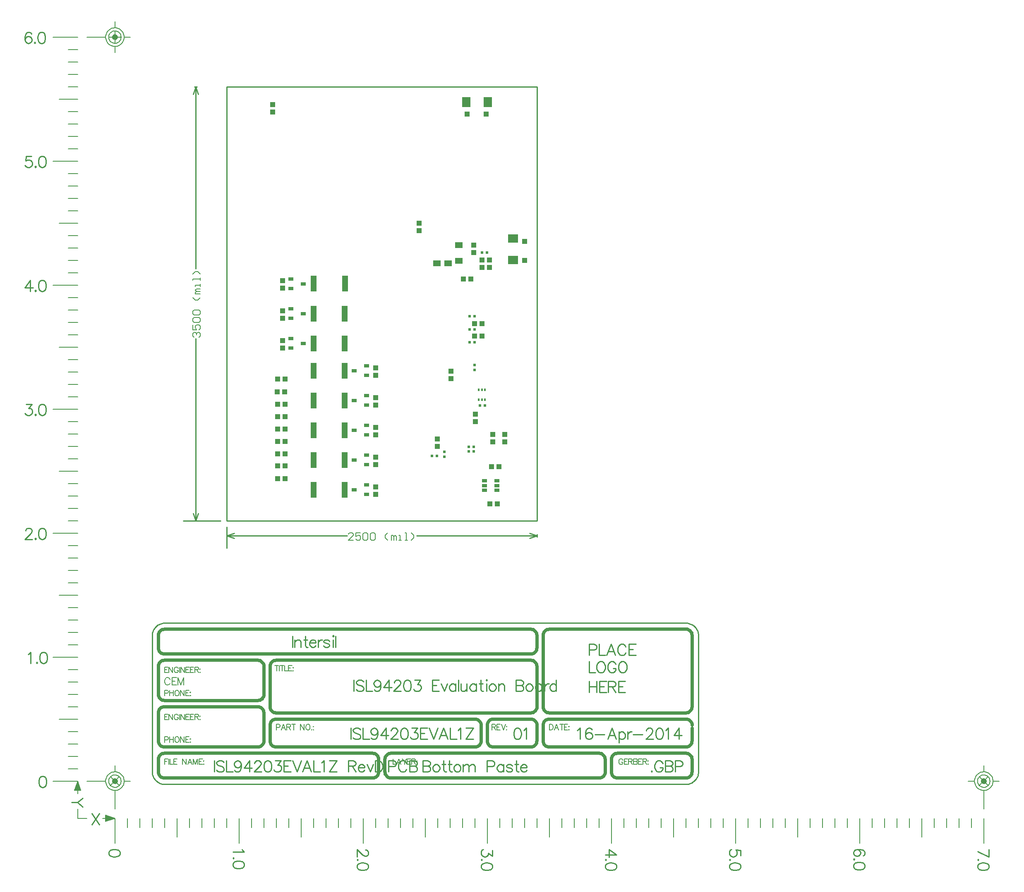
<source format=gbp>
%FSLAX24Y24*%
%MOIN*%
G70*
G01*
G75*
%ADD10C,0.0100*%
%ADD11C,0.0080*%
%ADD12R,0.0217X0.0197*%
%ADD13R,0.0390X0.0270*%
%ADD14R,0.0400X0.0400*%
%ADD15R,0.0236X0.0315*%
%ADD16R,0.0079X0.0374*%
%ADD17R,0.0360X0.0360*%
%ADD18R,0.0500X0.0360*%
%ADD19R,0.0315X0.0236*%
%ADD20R,0.0394X0.0394*%
%ADD21R,0.3500X0.4500*%
%ADD22R,0.0700X0.0820*%
%ADD23R,0.1500X0.0820*%
%ADD24R,0.0197X0.0217*%
%ADD25R,0.1299X0.0512*%
%ADD26R,0.2000X0.2000*%
%ADD27R,0.0600X0.0600*%
%ADD28R,0.0512X0.1299*%
%ADD29R,0.0315X0.0315*%
%ADD30R,0.0315X0.0315*%
%ADD31R,0.0236X0.0157*%
%ADD32R,0.1693X0.1693*%
%ADD33R,0.0374X0.0079*%
%ADD34C,0.0200*%
%ADD35C,0.0400*%
%ADD36C,0.0250*%
%ADD37C,0.0150*%
%ADD38C,0.0120*%
%ADD39C,0.0500*%
%ADD40C,0.0750*%
%ADD41C,0.0300*%
%ADD42C,0.0090*%
%ADD43R,0.1980X0.2640*%
%ADD44R,0.0510X0.0630*%
%ADD45C,0.0060*%
%ADD46C,0.0050*%
%ADD47O,0.0600X0.0800*%
%ADD48R,0.0600X0.0800*%
%ADD49C,0.0250*%
%ADD50C,0.0630*%
%ADD51R,0.1000X0.0650*%
%ADD52C,0.0800*%
%ADD53R,0.0800X0.0800*%
%ADD54C,0.0600*%
%ADD55R,0.0800X0.0650*%
%ADD56R,0.1500X0.1250*%
%ADD57P,0.0650X8X0*%
%ADD58R,0.1500X0.2500*%
%ADD59R,0.1000X0.1000*%
%ADD60R,0.1410X0.1510*%
%ADD61R,0.0850X0.1400*%
%ADD62R,0.0840X0.1280*%
%ADD63R,0.0900X0.1380*%
%ADD64R,0.0950X0.1280*%
%ADD65R,0.0990X0.1540*%
%ADD66R,0.0880X0.1740*%
%ADD67R,0.1440X0.1570*%
%ADD68R,0.0820X0.0700*%
%ADD69R,0.0157X0.0236*%
%ADD70R,0.0630X0.0472*%
%ADD71R,0.0600X0.0500*%
%ADD72R,0.0440X0.0410*%
%ADD73R,0.0640X0.0650*%
%ADD74R,0.1030X0.1500*%
%ADD75R,0.1020X0.1460*%
%ADD76R,0.0560X0.0450*%
%ADD77R,0.0610X0.0520*%
%ADD78R,0.1020X0.1470*%
%ADD79R,0.1030X0.1440*%
%ADD80R,0.1080X0.1500*%
%ADD81R,0.0590X0.0470*%
%ADD82R,0.0610X0.0500*%
%ADD83R,0.1320X0.1390*%
%ADD84R,0.1110X0.1540*%
%ADD85R,0.1430X0.1590*%
%ADD86C,0.0039*%
%ADD87C,0.0110*%
%ADD88C,0.0070*%
%ADD89C,0.0020*%
%ADD90C,0.0079*%
%ADD91C,0.0040*%
%ADD92R,0.0090X0.0690*%
%ADD93R,0.0380X0.0700*%
%ADD94R,0.0400X0.0690*%
%ADD95R,0.0380X0.0560*%
%ADD96R,0.0160X0.0100*%
%ADD97R,0.0290X0.0110*%
%ADD98R,0.0400X0.0780*%
%ADD99R,0.0100X0.0060*%
%ADD100R,0.0450X0.0100*%
%ADD101R,0.0070X0.0080*%
%ADD102R,0.0430X0.0060*%
%ADD103R,0.0280X0.0050*%
%ADD104R,0.0180X0.0100*%
%ADD105R,0.0060X0.0050*%
%ADD106R,0.0310X0.0140*%
%ADD107R,0.0070X0.0120*%
%ADD108R,0.0060X0.0060*%
%ADD109R,0.0180X0.0150*%
%ADD110R,0.0130X0.0060*%
%ADD111R,0.0100X0.0110*%
%ADD112R,0.0110X0.0120*%
%ADD113R,0.0050X0.0050*%
%ADD114R,0.0070X0.0070*%
%ADD115R,0.0120X0.0060*%
%ADD116R,0.0070X0.0630*%
%ADD117R,0.0090X0.0030*%
%ADD118R,0.0050X0.0030*%
%ADD119R,0.0120X0.0590*%
%ADD120R,0.0040X0.0510*%
%ADD121R,0.0070X0.0020*%
%ADD122R,0.0050X0.0040*%
%ADD123R,0.0060X0.0030*%
%ADD124R,0.0040X0.0450*%
%ADD125R,0.0040X0.0040*%
%ADD126R,0.0040X0.0410*%
%ADD127R,0.0050X0.0330*%
%ADD128R,0.0040X0.0180*%
%ADD129R,0.0050X0.0160*%
%ADD130R,0.0070X0.0050*%
%ADD131R,0.0080X0.0140*%
%ADD132R,0.0220X0.0090*%
%ADD133R,0.0060X0.0040*%
%ADD134R,0.0150X0.0350*%
%ADD135R,0.0030X0.0050*%
%ADD136R,0.0350X0.0100*%
%ADD137R,0.0220X0.0160*%
%ADD138R,0.0160X0.0070*%
%ADD139R,0.0140X0.0070*%
%ADD140R,0.0090X0.0070*%
%ADD141R,0.0580X0.0150*%
%ADD142R,0.0050X0.0100*%
%ADD143R,0.0250X0.0020*%
%ADD144R,0.0040X0.0030*%
%ADD145R,0.0060X0.0090*%
%ADD146R,0.0390X0.0730*%
%ADD147R,0.0080X0.0160*%
%ADD148R,0.0040X0.0050*%
%ADD149R,0.0040X0.0160*%
%ADD150R,0.0320X0.0160*%
%ADD151R,0.0350X0.0090*%
%ADD152R,0.0100X0.0090*%
%ADD153R,0.0590X0.0100*%
%ADD154R,0.0300X0.0050*%
%ADD155R,0.0120X0.0030*%
%ADD156R,0.0060X0.0280*%
%ADD157R,0.0050X0.0190*%
%ADD158R,0.0050X0.0020*%
%ADD159R,0.0340X0.0250*%
%ADD160R,0.0320X0.0330*%
%ADD161R,0.0100X0.0140*%
%ADD162R,0.0050X0.0120*%
%ADD163R,0.0050X0.0080*%
%ADD164R,0.0330X0.0060*%
%ADD165R,0.0210X0.0040*%
%ADD166R,0.0090X0.0050*%
%ADD167R,0.0100X0.0080*%
%ADD168R,0.0090X0.0100*%
%ADD169R,0.0020X0.0030*%
%ADD170R,0.0560X0.0130*%
%ADD171R,0.0380X0.0050*%
%ADD172R,0.0080X0.0280*%
%ADD173R,0.0050X0.0180*%
%ADD174R,0.0380X0.0710*%
%ADD175R,0.0300X0.0180*%
%ADD176R,0.0270X0.0030*%
%ADD177R,0.0190X0.0050*%
%ADD178R,0.0070X0.0140*%
%ADD179R,0.0270X0.0040*%
%ADD180R,0.0180X0.0050*%
%ADD181R,0.0060X0.0110*%
%ADD182R,0.0390X0.1040*%
%ADD183R,0.0210X0.0100*%
%ADD184R,0.0315X0.0787*%
%ADD185R,0.3600X0.0670*%
%ADD186R,0.0080X0.0120*%
%ADD187R,0.0787X0.0315*%
D10*
X75685Y61463D02*
X75587Y61458D01*
X75490Y61444D01*
X75395Y61420D01*
X75302Y61387D01*
X75214Y61345D01*
X75129Y61295D01*
X75051Y61236D01*
X74978Y61170D01*
X74912Y61098D01*
X74853Y61019D01*
X74803Y60935D01*
X74761Y60846D01*
X74728Y60753D01*
X74704Y60658D01*
X74690Y60561D01*
X74685Y60463D01*
Y49473D02*
X74690Y49375D01*
X74704Y49278D01*
X74727Y49183D01*
X74760Y49091D01*
X74802Y49002D01*
X74852Y48918D01*
X74909Y48838D01*
X74975Y48765D01*
X75047Y48699D01*
X75125Y48640D01*
X75208Y48588D01*
X75296Y48545D01*
X75388Y48511D01*
X75483Y48486D01*
X75580Y48470D01*
X75677Y48463D01*
X117685Y48463D02*
X117783Y48468D01*
X117880Y48482D01*
X117975Y48506D01*
X118068Y48539D01*
X118156Y48581D01*
X118241Y48632D01*
X118319Y48690D01*
X118392Y48756D01*
X118458Y48829D01*
X118516Y48908D01*
X118567Y48992D01*
X118609Y49080D01*
X118642Y49173D01*
X118666Y49268D01*
X118680Y49365D01*
X118685Y49463D01*
Y60463D02*
X118680Y60561D01*
X118666Y60658D01*
X118642Y60753D01*
X118609Y60846D01*
X118567Y60935D01*
X118516Y61019D01*
X118458Y61098D01*
X118392Y61170D01*
X118319Y61236D01*
X118241Y61295D01*
X118156Y61345D01*
X118068Y61387D01*
X117975Y61420D01*
X117880Y61444D01*
X117783Y61458D01*
X117685Y61463D01*
X80685Y104713D02*
X105685D01*
X77185Y69713D02*
X80185D01*
X80685Y67513D02*
Y69213D01*
X105685Y68413D02*
Y68613D01*
X80685Y68413D02*
Y68613D01*
X105085Y68313D02*
X105685Y68513D01*
X105085Y68713D02*
X105685Y68513D01*
X80685D02*
X81285Y68313D01*
X80685Y68513D02*
X81285Y68713D01*
X95994Y68513D02*
X105685D01*
X80685D02*
X90376D01*
X80685Y69713D02*
X105685D01*
Y104713D01*
X80685Y69713D02*
Y104713D01*
X75685Y48463D02*
X117685D01*
X75685Y61463D02*
X117685D01*
X118685Y49463D02*
Y60463D01*
X74685Y49463D02*
Y60463D01*
X78085Y104713D02*
X78285D01*
X78085Y69713D02*
X78285D01*
X78185Y104713D02*
X78385Y104113D01*
X77985D02*
X78185Y104713D01*
Y69713D02*
X78385Y70313D01*
X77985D02*
X78185Y69713D01*
Y90022D02*
Y104713D01*
Y69713D02*
Y84404D01*
D11*
X142185Y48713D02*
X142175Y48814D01*
X142145Y48910D01*
X142095Y48999D01*
X142030Y49075D01*
X141950Y49137D01*
X141859Y49182D01*
X141761Y49207D01*
X141660Y49212D01*
X141560Y49197D01*
X141465Y49162D01*
X141379Y49108D01*
X141306Y49039D01*
X141248Y48956D01*
X141208Y48863D01*
X141188Y48764D01*
Y48662D01*
X141208Y48563D01*
X141248Y48470D01*
X141306Y48387D01*
X141379Y48318D01*
X141465Y48264D01*
X141560Y48229D01*
X141660Y48214D01*
X141761Y48219D01*
X141859Y48244D01*
X141950Y48289D01*
X142030Y48351D01*
X142095Y48427D01*
X142145Y48516D01*
X142175Y48612D01*
X142185Y48713D01*
X142435D02*
X142428Y48813D01*
X142408Y48911D01*
X142376Y49006D01*
X142330Y49095D01*
X142274Y49178D01*
X142206Y49252D01*
X142130Y49317D01*
X142045Y49371D01*
X141955Y49413D01*
X141859Y49443D01*
X141760Y49459D01*
X141660Y49463D01*
X141560Y49453D01*
X141463Y49429D01*
X141369Y49393D01*
X141281Y49345D01*
X141201Y49286D01*
X141129Y49216D01*
X141067Y49137D01*
X141016Y49051D01*
X140977Y48959D01*
X140950Y48862D01*
X140937Y48763D01*
Y48663D01*
X140950Y48564D01*
X140977Y48467D01*
X141016Y48375D01*
X141067Y48289D01*
X141129Y48210D01*
X141201Y48140D01*
X141281Y48081D01*
X141369Y48033D01*
X141463Y47997D01*
X141560Y47973D01*
X141660Y47963D01*
X141760Y47967D01*
X141859Y47983D01*
X141955Y48013D01*
X142045Y48055D01*
X142130Y48109D01*
X142206Y48174D01*
X142274Y48248D01*
X142330Y48331D01*
X142376Y48420D01*
X142408Y48515D01*
X142428Y48613D01*
X142435Y48713D01*
X141710D02*
X141660D01*
X141710D01*
X141735D02*
X141660Y48756D01*
Y48670D01*
X141735Y48713D01*
X141885D02*
X141862Y48806D01*
X141799Y48878D01*
X141709Y48912D01*
X141614Y48900D01*
X141535Y48846D01*
X141491Y48761D01*
Y48665D01*
X141535Y48580D01*
X141614Y48526D01*
X141709Y48514D01*
X141799Y48548D01*
X141862Y48620D01*
X141885Y48713D01*
X141835D02*
X141800Y48809D01*
X141711Y48861D01*
X141610Y48843D01*
X141544Y48764D01*
Y48662D01*
X141610Y48583D01*
X141711Y48565D01*
X141800Y48617D01*
X141835Y48713D01*
X141785D02*
X141735Y48800D01*
X141635D01*
X141585Y48713D01*
X141635Y48626D01*
X141735D01*
X141785Y48713D01*
X72435Y108713D02*
X72428Y108813D01*
X72408Y108911D01*
X72375Y109006D01*
X72330Y109095D01*
X72274Y109178D01*
X72206Y109252D01*
X72130Y109317D01*
X72045Y109371D01*
X71955Y109413D01*
X71859Y109443D01*
X71760Y109459D01*
X71660Y109463D01*
X71560Y109453D01*
X71463Y109429D01*
X71369Y109393D01*
X71281Y109345D01*
X71201Y109286D01*
X71129Y109216D01*
X71067Y109138D01*
X71016Y109051D01*
X70976Y108959D01*
X70950Y108863D01*
X70937Y108763D01*
Y108663D01*
X70950Y108564D01*
X70976Y108467D01*
X71016Y108375D01*
X71067Y108289D01*
X71129Y108210D01*
X71201Y108140D01*
X71281Y108081D01*
X71369Y108033D01*
X71463Y107997D01*
X71560Y107974D01*
X71660Y107964D01*
X71760Y107967D01*
X71859Y107984D01*
X71955Y108013D01*
X72045Y108055D01*
X72130Y108109D01*
X72206Y108174D01*
X72274Y108248D01*
X72330Y108331D01*
X72375Y108420D01*
X72408Y108515D01*
X72428Y108613D01*
X72435Y108713D01*
X71710D02*
X71660D01*
X71710D01*
X71735D02*
X71660Y108756D01*
Y108670D01*
X71735Y108713D01*
X71785D02*
X71735Y108800D01*
X71635D01*
X71585Y108713D01*
X71635Y108627D01*
X71735D01*
X71785Y108713D01*
X71835D02*
X71800Y108810D01*
X71711Y108861D01*
X71610Y108843D01*
X71544Y108764D01*
Y108662D01*
X71610Y108583D01*
X71711Y108565D01*
X71800Y108617D01*
X71835Y108713D01*
X71885D02*
X71862Y108806D01*
X71799Y108878D01*
X71709Y108912D01*
X71614Y108900D01*
X71535Y108846D01*
X71491Y108761D01*
Y108665D01*
X71535Y108581D01*
X71614Y108526D01*
X71709Y108515D01*
X71799Y108549D01*
X71862Y108620D01*
X71885Y108713D01*
X72185D02*
X72175Y108814D01*
X72144Y108910D01*
X72095Y108999D01*
X72029Y109076D01*
X71949Y109137D01*
X71859Y109182D01*
X71761Y109207D01*
X71660Y109212D01*
X71560Y109197D01*
X71465Y109162D01*
X71379Y109109D01*
X71306Y109039D01*
X71248Y108956D01*
X71208Y108863D01*
X71188Y108764D01*
Y108663D01*
X71208Y108563D01*
X71248Y108470D01*
X71306Y108387D01*
X71379Y108318D01*
X71465Y108264D01*
X71560Y108229D01*
X71660Y108214D01*
X71761Y108219D01*
X71859Y108244D01*
X71949Y108289D01*
X72029Y108351D01*
X72095Y108427D01*
X72144Y108516D01*
X72175Y108612D01*
X72185Y108713D01*
X72185Y48713D02*
X72175Y48814D01*
X72145Y48910D01*
X72095Y48999D01*
X72030Y49075D01*
X71950Y49137D01*
X71859Y49182D01*
X71761Y49207D01*
X71660Y49212D01*
X71560Y49197D01*
X71465Y49162D01*
X71379Y49108D01*
X71306Y49039D01*
X71248Y48956D01*
X71208Y48863D01*
X71188Y48764D01*
Y48662D01*
X71208Y48563D01*
X71248Y48470D01*
X71306Y48387D01*
X71379Y48318D01*
X71465Y48264D01*
X71560Y48229D01*
X71660Y48214D01*
X71761Y48219D01*
X71859Y48244D01*
X71950Y48289D01*
X72030Y48351D01*
X72095Y48427D01*
X72145Y48516D01*
X72175Y48612D01*
X72185Y48713D01*
X72435D02*
X72428Y48813D01*
X72408Y48911D01*
X72376Y49006D01*
X72330Y49095D01*
X72274Y49178D01*
X72206Y49252D01*
X72130Y49317D01*
X72045Y49371D01*
X71955Y49413D01*
X71859Y49443D01*
X71760Y49459D01*
X71660Y49463D01*
X71560Y49453D01*
X71463Y49429D01*
X71369Y49393D01*
X71281Y49345D01*
X71201Y49286D01*
X71129Y49216D01*
X71067Y49137D01*
X71016Y49051D01*
X70977Y48959D01*
X70950Y48862D01*
X70937Y48763D01*
Y48663D01*
X70950Y48564D01*
X70977Y48467D01*
X71016Y48375D01*
X71067Y48289D01*
X71129Y48210D01*
X71201Y48140D01*
X71281Y48081D01*
X71369Y48033D01*
X71463Y47997D01*
X71560Y47973D01*
X71660Y47963D01*
X71760Y47967D01*
X71859Y47983D01*
X71955Y48013D01*
X72045Y48055D01*
X72130Y48109D01*
X72206Y48174D01*
X72274Y48248D01*
X72330Y48331D01*
X72376Y48420D01*
X72408Y48515D01*
X72428Y48613D01*
X72435Y48713D01*
X71710D02*
X71660D01*
X71710D01*
X71735D02*
X71660Y48756D01*
Y48670D01*
X71735Y48713D01*
X71885D02*
X71862Y48806D01*
X71799Y48878D01*
X71709Y48912D01*
X71614Y48900D01*
X71535Y48846D01*
X71491Y48761D01*
Y48665D01*
X71535Y48580D01*
X71614Y48526D01*
X71709Y48514D01*
X71799Y48548D01*
X71862Y48620D01*
X71885Y48713D01*
X71785D02*
X71735Y48800D01*
X71635D01*
X71585Y48713D01*
X71635Y48626D01*
X71735D01*
X71785Y48713D01*
X71835D02*
X71800Y48809D01*
X71711Y48861D01*
X71610Y48843D01*
X71544Y48764D01*
Y48662D01*
X71610Y48583D01*
X71711Y48565D01*
X71800Y48617D01*
X71835Y48713D01*
X72435D02*
X72935D01*
X69435D02*
X70935D01*
X68685Y45713D02*
X69435D01*
X68435Y47963D02*
X68935D01*
X68540Y48043D02*
X68830D01*
X68590Y48078D02*
X68780D01*
X68490Y48008D02*
X68880D01*
X68640Y48113D02*
X68730D01*
X70685Y45713D02*
X70935D01*
X66685Y48713D02*
X68685D01*
X67935Y49713D02*
X68685D01*
X67935Y50713D02*
X68685D01*
X67935Y51713D02*
X68685D01*
X67935Y52713D02*
X68685D01*
X67185Y53713D02*
X68685D01*
X67935Y54713D02*
X68685D01*
X67935Y55713D02*
X68685D01*
X67935Y56713D02*
X68685D01*
X67935Y57713D02*
X68685D01*
X66685Y58713D02*
X68685D01*
X67935Y59713D02*
X68685D01*
X67935Y60713D02*
X68685D01*
X67935Y61713D02*
X68685D01*
X67935Y62713D02*
X68685D01*
X67185Y63713D02*
X68685D01*
X67935Y64713D02*
X68685D01*
X67935Y65713D02*
X68685D01*
X67935Y66713D02*
X68685D01*
X67935Y67713D02*
X68685D01*
X66685Y68713D02*
X68685D01*
X67935Y69713D02*
X68685D01*
X67935Y70713D02*
X68685D01*
X67935Y71713D02*
X68685D01*
X67935Y72713D02*
X68685D01*
X67185Y73713D02*
X68685D01*
X67935Y74713D02*
X68685D01*
X67935Y75713D02*
X68685D01*
X67935Y76713D02*
X68685D01*
X67935Y77713D02*
X68685D01*
X66685Y78713D02*
X68685D01*
X67935Y79713D02*
X68685D01*
X67935Y80713D02*
X68685D01*
X67935Y81713D02*
X68685D01*
X67935Y82713D02*
X68685D01*
X67185Y83713D02*
X68685D01*
X67935Y84713D02*
X68685D01*
X67935Y85713D02*
X68685D01*
X67935Y86713D02*
X68685D01*
X67935Y87713D02*
X68685D01*
X66685Y88713D02*
X68685D01*
X67935Y89713D02*
X68685D01*
X67935Y90713D02*
X68685D01*
X67935Y91713D02*
X68685D01*
X67935Y92713D02*
X68685D01*
X67185Y93713D02*
X68685D01*
X67935Y94713D02*
X68685D01*
X67935Y95713D02*
X68685D01*
X67935Y96713D02*
X68685D01*
X67935Y97713D02*
X68685D01*
X66685Y98713D02*
X68685D01*
X67935Y99713D02*
X68685D01*
X67935Y100713D02*
X68685D01*
X67935Y101713D02*
X68685D01*
X67935Y102713D02*
X68685D01*
X67185Y103713D02*
X68685D01*
X67935Y104713D02*
X68685D01*
X67935Y105713D02*
X68685D01*
X67935Y106713D02*
X68685D01*
X67935Y107713D02*
X68685D01*
X66685Y108713D02*
X68685D01*
X71685D02*
X72185D01*
X71185D02*
X71685D01*
X69435D02*
X70935D01*
X72435D02*
X72935D01*
X140435Y48713D02*
X140935D01*
X142435D02*
X142935D01*
X71685Y46463D02*
Y47963D01*
Y49463D02*
Y49963D01*
X68685Y45713D02*
Y46463D01*
X70935Y45463D02*
Y45963D01*
X71015Y45568D02*
Y45858D01*
X68685Y47713D02*
Y47963D01*
X71050Y45618D02*
Y45808D01*
X70980Y45518D02*
Y45908D01*
X71085Y45668D02*
Y45758D01*
X71685Y43713D02*
Y45713D01*
X72685Y44963D02*
Y45713D01*
X73685Y44963D02*
Y45713D01*
X74685Y44963D02*
Y45713D01*
X75685Y44963D02*
Y45713D01*
X76685Y44213D02*
Y45713D01*
X77685Y44963D02*
Y45713D01*
X78685Y44963D02*
Y45713D01*
X79685Y44963D02*
Y45713D01*
X80685Y44963D02*
Y45713D01*
X81685Y43713D02*
Y45713D01*
X82685Y44963D02*
Y45713D01*
X83685Y44963D02*
Y45713D01*
X84685Y44963D02*
Y45713D01*
X85685Y44963D02*
Y45713D01*
X86685Y44213D02*
Y45713D01*
X87685Y44963D02*
Y45713D01*
X88685Y44963D02*
Y45713D01*
X89685Y44963D02*
Y45713D01*
X90685Y44963D02*
Y45713D01*
X91685Y43713D02*
Y45713D01*
X92685Y44963D02*
Y45713D01*
X93685Y44963D02*
Y45713D01*
X94685Y44963D02*
Y45713D01*
X95685Y44963D02*
Y45713D01*
X96685Y44213D02*
Y45713D01*
X97685Y44963D02*
Y45713D01*
X98685Y44963D02*
Y45713D01*
X99685Y44963D02*
Y45713D01*
X100685Y44963D02*
Y45713D01*
X101685Y43713D02*
Y45713D01*
X102685Y44963D02*
Y45713D01*
X103685Y44963D02*
Y45713D01*
X104685Y44963D02*
Y45713D01*
X105685Y44963D02*
Y45713D01*
X106685Y44213D02*
Y45713D01*
X107685Y44963D02*
Y45713D01*
X108685Y44963D02*
Y45713D01*
X109685Y44963D02*
Y45713D01*
X110685Y44963D02*
Y45713D01*
X111685Y43713D02*
Y45713D01*
X112685Y44963D02*
Y45713D01*
X113685Y44963D02*
Y45713D01*
X114685Y44963D02*
Y45713D01*
X115685Y44963D02*
Y45713D01*
X116685Y44213D02*
Y45713D01*
X117685Y44963D02*
Y45713D01*
X118685Y44963D02*
Y45713D01*
X119685Y44963D02*
Y45713D01*
X120685Y44963D02*
Y45713D01*
X121685Y43713D02*
Y45713D01*
X122685Y44963D02*
Y45713D01*
X123685Y44963D02*
Y45713D01*
X124685Y44963D02*
Y45713D01*
X125685Y44963D02*
Y45713D01*
X126685Y44213D02*
Y45713D01*
X127685Y44963D02*
Y45713D01*
X128685Y44963D02*
Y45713D01*
X129685Y44963D02*
Y45713D01*
X130685Y44963D02*
Y45713D01*
X131685Y43713D02*
Y45713D01*
X132685Y44963D02*
Y45713D01*
X133685Y44963D02*
Y45713D01*
X134685Y44963D02*
Y45713D01*
X135685Y44963D02*
Y45713D01*
X136685Y44213D02*
Y45713D01*
X137685Y44963D02*
Y45713D01*
X138685Y44963D02*
Y45713D01*
X139685Y44963D02*
Y45713D01*
X140685Y44963D02*
Y45713D01*
X141685Y43713D02*
Y45713D01*
X71685Y108213D02*
Y108713D01*
Y109213D01*
Y109463D02*
Y109963D01*
Y107463D02*
Y107963D01*
X141685Y49463D02*
Y49963D01*
Y46463D02*
Y47963D01*
X71685Y48713D02*
X72035Y49063D01*
X71335Y48363D02*
X71685Y48713D01*
X141335Y48363D02*
X141685Y48713D01*
X142035Y49063D01*
X71685Y48713D02*
X72035Y48363D01*
X71335Y49063D02*
X71685Y48713D01*
X141685D02*
X142035Y48363D01*
X141335Y49063D02*
X141685Y48713D01*
X70935Y45463D02*
X71685Y45713D01*
X70935Y45963D02*
X71685Y45713D01*
X71015Y45858D02*
X71445Y45713D01*
X71015Y45568D02*
X71445Y45713D01*
X68685Y48713D02*
X68935Y47963D01*
X68435D02*
X68685Y48713D01*
X68540Y48043D02*
X68685Y48473D01*
X68830Y48043D01*
X68590Y48078D02*
X68685Y48358D01*
X68780Y48078D01*
X68490Y48008D02*
X68685Y48588D01*
X68880Y48008D01*
X68640Y48113D02*
X68685Y48243D01*
X68730Y48113D01*
X71050Y45808D02*
X71330Y45713D01*
X71050Y45618D02*
X71330Y45713D01*
X70980Y45908D02*
X71560Y45713D01*
X70980Y45518D02*
X71560Y45713D01*
X71085Y45758D02*
X71215Y45713D01*
X71085Y45668D02*
X71215Y45713D01*
X76113Y56920D02*
X76085Y56977D01*
X76028Y57034D01*
X75971Y57063D01*
X75856D01*
X75799Y57034D01*
X75742Y56977D01*
X75714Y56920D01*
X75685Y56834D01*
Y56692D01*
X75714Y56606D01*
X75742Y56549D01*
X75799Y56492D01*
X75856Y56463D01*
X75971D01*
X76028Y56492D01*
X76085Y56549D01*
X76113Y56606D01*
X76653Y57063D02*
X76282D01*
Y56463D01*
X76653D01*
X76282Y56777D02*
X76510D01*
X76753Y57063D02*
Y56463D01*
Y57063D02*
X76982Y56463D01*
X77210Y57063D02*
X76982Y56463D01*
X77210Y57063D02*
Y56463D01*
D12*
X100675Y81873D02*
D03*
X100195Y75687D02*
D03*
X100605D02*
D03*
X98235Y74869D02*
D03*
Y75263D02*
D03*
X100675Y82267D02*
D03*
X100195Y75293D02*
D03*
X100605D02*
D03*
D13*
X101455Y72177D02*
D03*
Y72927D02*
D03*
X91945Y76643D02*
D03*
X90945Y77018D02*
D03*
X91945Y77393D02*
D03*
Y72593D02*
D03*
X90945Y72218D02*
D03*
X91945Y71843D02*
D03*
Y74243D02*
D03*
X90945Y74618D02*
D03*
X91945Y74993D02*
D03*
Y82193D02*
D03*
X90945Y81818D02*
D03*
X91945Y81443D02*
D03*
X102455Y72927D02*
D03*
X101455Y72552D02*
D03*
X102455Y72177D02*
D03*
Y72552D02*
D03*
X91945Y79793D02*
D03*
X90945Y79418D02*
D03*
X91945Y79043D02*
D03*
X85875Y83638D02*
D03*
X86875Y84013D02*
D03*
X85875Y84388D02*
D03*
Y86788D02*
D03*
X86875Y86413D02*
D03*
X85875Y86038D02*
D03*
Y88438D02*
D03*
X86875Y88813D02*
D03*
X85875Y89188D02*
D03*
D14*
X100587Y91333D02*
D03*
Y91933D02*
D03*
X100645Y85613D02*
D03*
X101245D02*
D03*
X100645Y84603D02*
D03*
X101245D02*
D03*
X84400Y103260D02*
D03*
Y102660D02*
D03*
X98750Y81173D02*
D03*
Y81773D02*
D03*
X96185Y93703D02*
D03*
Y93103D02*
D03*
X84785Y73113D02*
D03*
X85385D02*
D03*
X84785Y74123D02*
D03*
X85385D02*
D03*
X84785Y75113D02*
D03*
X85385D02*
D03*
X84788Y76114D02*
D03*
X85388D02*
D03*
X84785Y77113D02*
D03*
X85385D02*
D03*
X84785Y78113D02*
D03*
X85385D02*
D03*
X84788Y79114D02*
D03*
X85388D02*
D03*
X84775Y80113D02*
D03*
X85375D02*
D03*
X84788Y81124D02*
D03*
X85388D02*
D03*
X101865Y90123D02*
D03*
X101265D02*
D03*
X100356Y89189D02*
D03*
X99756D02*
D03*
X100725Y77705D02*
D03*
Y78305D02*
D03*
X101865Y90723D02*
D03*
X101265D02*
D03*
X97665Y75693D02*
D03*
Y76293D02*
D03*
X102480Y71059D02*
D03*
X101880D02*
D03*
X102615Y74073D02*
D03*
X102015D02*
D03*
X85185Y84248D02*
D03*
Y83648D02*
D03*
X102135Y76673D02*
D03*
Y76073D02*
D03*
X103095D02*
D03*
Y76673D02*
D03*
X92685Y72443D02*
D03*
Y71843D02*
D03*
Y74843D02*
D03*
Y74243D02*
D03*
Y77249D02*
D03*
Y76649D02*
D03*
Y79640D02*
D03*
Y79040D02*
D03*
Y82021D02*
D03*
Y81421D02*
D03*
X85185Y86633D02*
D03*
Y86033D02*
D03*
Y89064D02*
D03*
Y88464D02*
D03*
D20*
X104705Y92231D02*
D03*
Y90715D02*
D03*
X100073Y102489D02*
D03*
X101589D02*
D03*
D22*
X101715Y103468D02*
D03*
X99995D02*
D03*
D24*
X101659Y91323D02*
D03*
X101265D02*
D03*
X100256Y84119D02*
D03*
X100649D02*
D03*
X100256Y85123D02*
D03*
X100649D02*
D03*
Y86200D02*
D03*
X100256D02*
D03*
X101502Y79000D02*
D03*
X101108D02*
D03*
X97231Y74933D02*
D03*
X97625D02*
D03*
D28*
X87685Y86413D02*
D03*
X90205D02*
D03*
Y77013D02*
D03*
X87685D02*
D03*
X90215Y88823D02*
D03*
X87695D02*
D03*
X90205Y79413D02*
D03*
X87685D02*
D03*
X90205Y74613D02*
D03*
X87685D02*
D03*
X90205Y72213D02*
D03*
X87685D02*
D03*
X90205Y81813D02*
D03*
X87685D02*
D03*
Y84013D02*
D03*
X90205D02*
D03*
D36*
X118185Y53223D02*
X118176Y53319D01*
X118148Y53411D01*
X118102Y53495D01*
X118041Y53570D01*
X117967Y53631D01*
X117882Y53676D01*
X117791Y53704D01*
X117695Y53713D01*
X106685D02*
X106587Y53704D01*
X106494Y53675D01*
X106407Y53629D01*
X106331Y53567D01*
X106269Y53491D01*
X106223Y53404D01*
X106195Y53311D01*
X106185Y53213D01*
X117685Y54213D02*
X117782Y54223D01*
X117876Y54251D01*
X117963Y54297D01*
X118039Y54360D01*
X118101Y54435D01*
X118147Y54522D01*
X118175Y54616D01*
X118185Y54713D01*
X106185D02*
X106195Y54616D01*
X106223Y54522D01*
X106269Y54435D01*
X106331Y54360D01*
X106407Y54297D01*
X106494Y54251D01*
X106587Y54223D01*
X106685Y54213D01*
X118185Y60473D02*
X118175Y60571D01*
X118146Y60665D01*
X118099Y60751D01*
X118035Y60826D01*
X117958Y60886D01*
X117871Y60931D01*
X117776Y60956D01*
X117678Y60963D01*
X117685Y51463D02*
X117782Y51473D01*
X117876Y51501D01*
X117963Y51547D01*
X118039Y51610D01*
X118101Y51685D01*
X118147Y51772D01*
X118175Y51866D01*
X118185Y51963D01*
X118185Y50472D02*
X118174Y50568D01*
X118144Y50661D01*
X118098Y50746D01*
X118035Y50820D01*
X117960Y50881D01*
X117874Y50926D01*
X117781Y50954D01*
X117685Y50963D01*
Y48963D02*
X117782Y48973D01*
X117876Y49001D01*
X117963Y49047D01*
X118039Y49110D01*
X118101Y49185D01*
X118147Y49272D01*
X118175Y49366D01*
X118185Y49463D01*
X105185Y51463D02*
X105282Y51473D01*
X105376Y51501D01*
X105463Y51547D01*
X105539Y51610D01*
X105601Y51685D01*
X105647Y51772D01*
X105675Y51866D01*
X105685Y51963D01*
X106185Y51953D02*
X106195Y51856D01*
X106223Y51764D01*
X106269Y51678D01*
X106332Y51604D01*
X106407Y51543D01*
X106493Y51498D01*
X106587Y51471D01*
X106684Y51463D01*
X105685Y53223D02*
X105676Y53319D01*
X105648Y53411D01*
X105602Y53495D01*
X105541Y53570D01*
X105467Y53631D01*
X105382Y53676D01*
X105291Y53704D01*
X105195Y53713D01*
X75185Y49463D02*
X75194Y49367D01*
X75222Y49274D01*
X75267Y49188D01*
X75328Y49113D01*
X75403Y49050D01*
X75488Y49004D01*
X75580Y48974D01*
X75676Y48963D01*
X105194Y54213D02*
X105290Y54224D01*
X105382Y54254D01*
X105467Y54300D01*
X105542Y54363D01*
X105603Y54438D01*
X105648Y54524D01*
X105676Y54617D01*
X105685Y54713D01*
X75685Y50963D02*
X75587Y50954D01*
X75494Y50925D01*
X75407Y50879D01*
X75331Y50817D01*
X75269Y50741D01*
X75223Y50654D01*
X75195Y50561D01*
X75185Y50463D01*
X105685Y57963D02*
X105675Y58061D01*
X105647Y58154D01*
X105601Y58241D01*
X105539Y58317D01*
X105463Y58379D01*
X105376Y58425D01*
X105282Y58454D01*
X105185Y58463D01*
Y58963D02*
X105282Y58973D01*
X105376Y59001D01*
X105463Y59047D01*
X105539Y59110D01*
X105601Y59185D01*
X105647Y59272D01*
X105675Y59366D01*
X105685Y59463D01*
X106685Y60963D02*
X106587Y60954D01*
X106494Y60925D01*
X106407Y60879D01*
X106331Y60817D01*
X106269Y60741D01*
X106223Y60654D01*
X106195Y60561D01*
X106185Y60463D01*
X105685D02*
X105675Y60561D01*
X105647Y60654D01*
X105601Y60741D01*
X105539Y60817D01*
X105463Y60879D01*
X105376Y60925D01*
X105282Y60954D01*
X105185Y60963D01*
X75685D02*
X75587Y60954D01*
X75494Y60925D01*
X75407Y60879D01*
X75331Y60817D01*
X75269Y60741D01*
X75223Y60654D01*
X75195Y60561D01*
X75185Y60463D01*
Y59463D02*
X75195Y59366D01*
X75223Y59272D01*
X75269Y59185D01*
X75331Y59110D01*
X75407Y59047D01*
X75494Y59001D01*
X75587Y58973D01*
X75685Y58963D01*
Y58463D02*
X75587Y58454D01*
X75494Y58425D01*
X75407Y58379D01*
X75331Y58317D01*
X75269Y58241D01*
X75223Y58154D01*
X75195Y58061D01*
X75185Y57963D01*
Y55713D02*
X75195Y55616D01*
X75223Y55522D01*
X75269Y55435D01*
X75331Y55360D01*
X75407Y55297D01*
X75494Y55251D01*
X75587Y55223D01*
X75685Y55213D01*
Y54713D02*
X75587Y54704D01*
X75494Y54675D01*
X75407Y54629D01*
X75331Y54567D01*
X75269Y54491D01*
X75223Y54404D01*
X75195Y54311D01*
X75185Y54213D01*
Y51963D02*
X75194Y51867D01*
X75222Y51774D01*
X75267Y51688D01*
X75328Y51613D01*
X75403Y51550D01*
X75488Y51504D01*
X75580Y51474D01*
X75676Y51463D01*
X84685Y58463D02*
X84587Y58454D01*
X84494Y58425D01*
X84407Y58379D01*
X84331Y58317D01*
X84269Y58241D01*
X84223Y58154D01*
X84195Y58061D01*
X84185Y57963D01*
X84685Y53713D02*
X84587Y53704D01*
X84494Y53675D01*
X84407Y53629D01*
X84331Y53567D01*
X84269Y53491D01*
X84223Y53404D01*
X84195Y53311D01*
X84185Y53213D01*
X102165Y53713D02*
X102068Y53703D01*
X101975Y53674D01*
X101890Y53627D01*
X101817Y53564D01*
X101757Y53487D01*
X101715Y53399D01*
X101690Y53305D01*
X101686Y53208D01*
X101685Y51973D02*
X101695Y51875D01*
X101723Y51780D01*
X101769Y51693D01*
X101831Y51616D01*
X101907Y51552D01*
X101994Y51505D01*
X102088Y51475D01*
X102186Y51463D01*
X100695Y51463D02*
X100792Y51473D01*
X100884Y51501D01*
X100970Y51548D01*
X101044Y51610D01*
X101105Y51685D01*
X101150Y51772D01*
X101177Y51865D01*
X101185Y51962D01*
X101185Y53223D02*
X101176Y53319D01*
X101148Y53411D01*
X101102Y53495D01*
X101041Y53570D01*
X100967Y53631D01*
X100882Y53676D01*
X100791Y53704D01*
X100695Y53713D01*
X83195Y51463D02*
X83291Y51473D01*
X83382Y51500D01*
X83467Y51546D01*
X83541Y51607D01*
X83602Y51681D01*
X83648Y51766D01*
X83676Y51858D01*
X83685Y51953D01*
X84185D02*
X84194Y51858D01*
X84222Y51766D01*
X84268Y51681D01*
X84328Y51607D01*
X84403Y51546D01*
X84487Y51500D01*
X84579Y51473D01*
X84675Y51463D01*
X84185Y54703D02*
X84194Y54608D01*
X84222Y54516D01*
X84268Y54431D01*
X84328Y54357D01*
X84403Y54296D01*
X84487Y54250D01*
X84579Y54223D01*
X84675Y54213D01*
X83685Y54223D02*
X83675Y54321D01*
X83646Y54415D01*
X83599Y54501D01*
X83535Y54576D01*
X83458Y54636D01*
X83371Y54681D01*
X83276Y54706D01*
X83178Y54713D01*
X83205Y55213D02*
X83299Y55222D01*
X83389Y55250D01*
X83472Y55294D01*
X83544Y55354D01*
X83604Y55426D01*
X83648Y55509D01*
X83676Y55599D01*
X83685Y55693D01*
Y57973D02*
X83676Y58069D01*
X83648Y58161D01*
X83602Y58245D01*
X83541Y58320D01*
X83467Y58381D01*
X83382Y58426D01*
X83291Y58454D01*
X83195Y58463D01*
X112185Y50963D02*
X112087Y50954D01*
X111994Y50925D01*
X111907Y50879D01*
X111831Y50817D01*
X111769Y50741D01*
X111723Y50654D01*
X111695Y50561D01*
X111685Y50463D01*
Y49453D02*
X111695Y49356D01*
X111723Y49264D01*
X111769Y49178D01*
X111832Y49104D01*
X111907Y49043D01*
X111993Y48998D01*
X112087Y48971D01*
X112184Y48963D01*
X110697Y48963D02*
X110793Y48971D01*
X110887Y48999D01*
X110973Y49045D01*
X111047Y49107D01*
X111108Y49183D01*
X111152Y49269D01*
X111178Y49363D01*
X111185Y49460D01*
X111185Y50463D02*
X111175Y50561D01*
X111147Y50654D01*
X111101Y50741D01*
X111039Y50817D01*
X110963Y50879D01*
X110876Y50925D01*
X110782Y50954D01*
X110685Y50963D01*
X93435Y49463D02*
X93444Y49367D01*
X93472Y49274D01*
X93517Y49188D01*
X93578Y49113D01*
X93653Y49050D01*
X93738Y49004D01*
X93830Y48974D01*
X93926Y48963D01*
X93935Y50963D02*
X93837Y50954D01*
X93744Y50925D01*
X93657Y50879D01*
X93581Y50817D01*
X93519Y50741D01*
X93473Y50654D01*
X93445Y50561D01*
X93435Y50463D01*
X92447Y48963D02*
X92543Y48971D01*
X92637Y48999D01*
X92723Y49045D01*
X92797Y49107D01*
X92858Y49183D01*
X92902Y49269D01*
X92928Y49363D01*
X92935Y49460D01*
X92935Y50463D02*
X92925Y50561D01*
X92897Y50654D01*
X92851Y50741D01*
X92788Y50817D01*
X92713Y50879D01*
X92626Y50925D01*
X92532Y50954D01*
X92435Y50963D01*
X93935Y48963D02*
X110685D01*
X75685D02*
X92435D01*
X75685Y50963D02*
X92435D01*
X93935D02*
X110685D01*
X112185Y48963D02*
X117685D01*
X112185Y50963D02*
X117685D01*
X75685Y60963D02*
X105185D01*
X75685Y51463D02*
X83185D01*
X75685Y54713D02*
X83185D01*
X75685Y55213D02*
X83185D01*
X75685Y58463D02*
X83185D01*
X75685Y58963D02*
X105185D01*
X84685Y58463D02*
X105185D01*
X84685Y53713D02*
X100685D01*
X84685Y51463D02*
X100685D01*
X102185D02*
X105185D01*
X102185Y53713D02*
X105185D01*
X106685Y51463D02*
X117685D01*
X106685Y60963D02*
X117685D01*
X84685Y54213D02*
X105185D01*
X106685D02*
X117685D01*
X106685Y53713D02*
X117685D01*
X92935Y49463D02*
Y50463D01*
X93435Y49463D02*
Y50463D01*
X111185Y49463D02*
Y50463D01*
X111685Y49463D02*
Y50463D01*
X75185Y51963D02*
Y54213D01*
X83685Y51963D02*
Y54213D01*
X75185Y55713D02*
Y57963D01*
X83685Y55713D02*
Y57963D01*
X75185Y59463D02*
Y60463D01*
X105685Y59463D02*
Y60463D01*
Y54713D02*
Y57963D01*
X84185Y54713D02*
Y57963D01*
X101185Y51963D02*
Y53213D01*
X84185Y51963D02*
Y53213D01*
X101685Y51963D02*
Y53213D01*
X105685Y51963D02*
Y53213D01*
X118185Y49463D02*
Y50463D01*
Y51963D02*
Y52963D01*
X75185Y49463D02*
Y50463D01*
X106185Y54713D02*
Y60463D01*
X118185Y54713D02*
Y60463D01*
X106185Y51963D02*
Y53213D01*
D42*
X114928Y49549D02*
X114885Y49506D01*
X114928Y49463D01*
X114971Y49506D01*
X114928Y49549D01*
X115810Y50149D02*
X115768Y50234D01*
X115682Y50320D01*
X115596Y50363D01*
X115425D01*
X115339Y50320D01*
X115253Y50234D01*
X115211Y50149D01*
X115168Y50020D01*
Y49806D01*
X115211Y49677D01*
X115253Y49592D01*
X115339Y49506D01*
X115425Y49463D01*
X115596D01*
X115682Y49506D01*
X115768Y49592D01*
X115810Y49677D01*
Y49806D01*
X115596D02*
X115810D01*
X116016Y50363D02*
Y49463D01*
Y50363D02*
X116402D01*
X116530Y50320D01*
X116573Y50277D01*
X116616Y50192D01*
Y50106D01*
X116573Y50020D01*
X116530Y49977D01*
X116402Y49934D01*
X116016D02*
X116402D01*
X116530Y49892D01*
X116573Y49849D01*
X116616Y49763D01*
Y49635D01*
X116573Y49549D01*
X116530Y49506D01*
X116402Y49463D01*
X116016D01*
X116817Y49892D02*
X117203D01*
X117332Y49934D01*
X117374Y49977D01*
X117417Y50063D01*
Y50192D01*
X117374Y50277D01*
X117332Y50320D01*
X117203Y50363D01*
X116817D01*
Y49463D01*
X64949Y108984D02*
X64906Y109070D01*
X64778Y109113D01*
X64692D01*
X64563Y109070D01*
X64478Y108942D01*
X64435Y108727D01*
Y108513D01*
X64478Y108342D01*
X64563Y108256D01*
X64692Y108213D01*
X64735D01*
X64863Y108256D01*
X64949Y108342D01*
X64992Y108470D01*
Y108513D01*
X64949Y108642D01*
X64863Y108727D01*
X64735Y108770D01*
X64692D01*
X64563Y108727D01*
X64478Y108642D01*
X64435Y108513D01*
X65232Y108299D02*
X65189Y108256D01*
X65232Y108213D01*
X65275Y108256D01*
X65232Y108299D01*
X65729Y109113D02*
X65600Y109070D01*
X65515Y108942D01*
X65472Y108727D01*
Y108599D01*
X65515Y108385D01*
X65600Y108256D01*
X65729Y108213D01*
X65815D01*
X65943Y108256D01*
X66029Y108385D01*
X66072Y108599D01*
Y108727D01*
X66029Y108942D01*
X65943Y109070D01*
X65815Y109113D01*
X65729D01*
X64863Y89113D02*
X64435Y88513D01*
X65078D01*
X64863Y89113D02*
Y88213D01*
X65279Y88299D02*
X65236Y88256D01*
X65279Y88213D01*
X65322Y88256D01*
X65279Y88299D01*
X65776Y89113D02*
X65648Y89070D01*
X65562Y88942D01*
X65519Y88727D01*
Y88599D01*
X65562Y88385D01*
X65648Y88256D01*
X65776Y88213D01*
X65862D01*
X65990Y88256D01*
X66076Y88385D01*
X66119Y88599D01*
Y88727D01*
X66076Y88942D01*
X65990Y89070D01*
X65862Y89113D01*
X65776D01*
X64478Y68899D02*
Y68942D01*
X64521Y69027D01*
X64563Y69070D01*
X64649Y69113D01*
X64821D01*
X64906Y69070D01*
X64949Y69027D01*
X64992Y68942D01*
Y68856D01*
X64949Y68770D01*
X64863Y68642D01*
X64435Y68213D01*
X65035D01*
X65279Y68299D02*
X65236Y68256D01*
X65279Y68213D01*
X65322Y68256D01*
X65279Y68299D01*
X65776Y69113D02*
X65648Y69070D01*
X65562Y68942D01*
X65519Y68727D01*
Y68599D01*
X65562Y68385D01*
X65648Y68256D01*
X65776Y68213D01*
X65862D01*
X65990Y68256D01*
X66076Y68385D01*
X66119Y68599D01*
Y68727D01*
X66076Y68942D01*
X65990Y69070D01*
X65862Y69113D01*
X65776D01*
X65817Y49113D02*
X65688Y49070D01*
X65603Y48942D01*
X65560Y48727D01*
Y48599D01*
X65603Y48385D01*
X65688Y48256D01*
X65817Y48213D01*
X65903D01*
X66031Y48256D01*
X66117Y48385D01*
X66160Y48599D01*
Y48727D01*
X66117Y48942D01*
X66031Y49070D01*
X65903Y49113D01*
X65817D01*
X64685Y58942D02*
X64771Y58984D01*
X64899Y59113D01*
Y58213D01*
X65388Y58299D02*
X65345Y58256D01*
X65388Y58213D01*
X65431Y58256D01*
X65388Y58299D01*
X65885Y59113D02*
X65756Y59070D01*
X65670Y58942D01*
X65628Y58727D01*
Y58599D01*
X65670Y58385D01*
X65756Y58256D01*
X65885Y58213D01*
X65970D01*
X66099Y58256D01*
X66185Y58385D01*
X66227Y58599D01*
Y58727D01*
X66185Y58942D01*
X66099Y59070D01*
X65970Y59113D01*
X65885D01*
X64521Y79113D02*
X64992D01*
X64735Y78770D01*
X64863D01*
X64949Y78727D01*
X64992Y78684D01*
X65035Y78556D01*
Y78470D01*
X64992Y78342D01*
X64906Y78256D01*
X64778Y78213D01*
X64649D01*
X64521Y78256D01*
X64478Y78299D01*
X64435Y78385D01*
X65279Y78299D02*
X65236Y78256D01*
X65279Y78213D01*
X65322Y78256D01*
X65279Y78299D01*
X65776Y79113D02*
X65648Y79070D01*
X65562Y78942D01*
X65519Y78727D01*
Y78599D01*
X65562Y78385D01*
X65648Y78256D01*
X65776Y78213D01*
X65862D01*
X65990Y78256D01*
X66076Y78385D01*
X66119Y78599D01*
Y78727D01*
X66076Y78942D01*
X65990Y79070D01*
X65862Y79113D01*
X65776D01*
X64949Y99113D02*
X64521D01*
X64478Y98727D01*
X64521Y98770D01*
X64649Y98813D01*
X64778D01*
X64906Y98770D01*
X64992Y98684D01*
X65035Y98556D01*
Y98470D01*
X64992Y98342D01*
X64906Y98256D01*
X64778Y98213D01*
X64649D01*
X64521Y98256D01*
X64478Y98299D01*
X64435Y98385D01*
X65279Y98299D02*
X65236Y98256D01*
X65279Y98213D01*
X65322Y98256D01*
X65279Y98299D01*
X65776Y99113D02*
X65648Y99070D01*
X65562Y98942D01*
X65519Y98727D01*
Y98599D01*
X65562Y98385D01*
X65648Y98256D01*
X65776Y98213D01*
X65862D01*
X65990Y98256D01*
X66076Y98385D01*
X66119Y98599D01*
Y98727D01*
X66076Y98942D01*
X65990Y99070D01*
X65862Y99113D01*
X65776D01*
X142085Y42613D02*
X141185Y43042D01*
X142085Y43213D02*
Y42613D01*
X141271Y42369D02*
X141228Y42412D01*
X141185Y42369D01*
X141228Y42326D01*
X141271Y42369D01*
X142085Y41872D02*
X142042Y42001D01*
X141913Y42086D01*
X141699Y42129D01*
X141571D01*
X141356Y42086D01*
X141228Y42001D01*
X141185Y41872D01*
Y41786D01*
X141228Y41658D01*
X141356Y41572D01*
X141571Y41529D01*
X141699D01*
X141913Y41572D01*
X142042Y41658D01*
X142085Y41786D01*
Y41872D01*
X122085Y42699D02*
Y43127D01*
X121699Y43170D01*
X121742Y43127D01*
X121785Y42999D01*
Y42870D01*
X121742Y42742D01*
X121656Y42656D01*
X121528Y42613D01*
X121442D01*
X121313Y42656D01*
X121228Y42742D01*
X121185Y42870D01*
Y42999D01*
X121228Y43127D01*
X121271Y43170D01*
X121356Y43213D01*
X121271Y42369D02*
X121228Y42412D01*
X121185Y42369D01*
X121228Y42326D01*
X121271Y42369D01*
X122085Y41872D02*
X122042Y42001D01*
X121913Y42086D01*
X121699Y42129D01*
X121571D01*
X121356Y42086D01*
X121228Y42001D01*
X121185Y41872D01*
Y41786D01*
X121228Y41658D01*
X121356Y41572D01*
X121571Y41529D01*
X121699D01*
X121913Y41572D01*
X122042Y41658D01*
X122085Y41786D01*
Y41872D01*
X102085Y43127D02*
Y42656D01*
X101742Y42913D01*
Y42785D01*
X101699Y42699D01*
X101656Y42656D01*
X101528Y42613D01*
X101442D01*
X101313Y42656D01*
X101228Y42742D01*
X101185Y42870D01*
Y42999D01*
X101228Y43127D01*
X101271Y43170D01*
X101356Y43213D01*
X101271Y42369D02*
X101228Y42412D01*
X101185Y42369D01*
X101228Y42326D01*
X101271Y42369D01*
X102085Y41872D02*
X102042Y42001D01*
X101913Y42086D01*
X101699Y42129D01*
X101571D01*
X101356Y42086D01*
X101228Y42001D01*
X101185Y41872D01*
Y41786D01*
X101228Y41658D01*
X101356Y41572D01*
X101571Y41529D01*
X101699D01*
X101913Y41572D01*
X102042Y41658D01*
X102085Y41786D01*
Y41872D01*
X81913Y43213D02*
X81956Y43127D01*
X82085Y42999D01*
X81185D01*
X81271Y42510D02*
X81228Y42553D01*
X81185Y42510D01*
X81228Y42468D01*
X81271Y42510D01*
X82085Y42013D02*
X82042Y42142D01*
X81913Y42228D01*
X81699Y42270D01*
X81571D01*
X81356Y42228D01*
X81228Y42142D01*
X81185Y42013D01*
Y41928D01*
X81228Y41799D01*
X81356Y41713D01*
X81571Y41671D01*
X81699D01*
X81913Y41713D01*
X82042Y41799D01*
X82085Y41928D01*
Y42013D01*
X72085Y42956D02*
X72042Y43085D01*
X71913Y43170D01*
X71699Y43213D01*
X71571D01*
X71356Y43170D01*
X71228Y43085D01*
X71185Y42956D01*
Y42870D01*
X71228Y42742D01*
X71356Y42656D01*
X71571Y42613D01*
X71699D01*
X71913Y42656D01*
X72042Y42742D01*
X72085Y42870D01*
Y42956D01*
X91871Y43170D02*
X91913D01*
X91999Y43127D01*
X92042Y43085D01*
X92085Y42999D01*
Y42828D01*
X92042Y42742D01*
X91999Y42699D01*
X91913Y42656D01*
X91828D01*
X91742Y42699D01*
X91613Y42785D01*
X91185Y43213D01*
Y42613D01*
X91271Y42369D02*
X91228Y42412D01*
X91185Y42369D01*
X91228Y42326D01*
X91271Y42369D01*
X92085Y41872D02*
X92042Y42001D01*
X91913Y42086D01*
X91699Y42129D01*
X91571D01*
X91356Y42086D01*
X91228Y42001D01*
X91185Y41872D01*
Y41786D01*
X91228Y41658D01*
X91356Y41572D01*
X91571Y41529D01*
X91699D01*
X91913Y41572D01*
X92042Y41658D01*
X92085Y41786D01*
Y41872D01*
X112085Y42785D02*
X111485Y43213D01*
Y42570D01*
X112085Y42785D02*
X111185D01*
X111271Y42369D02*
X111228Y42412D01*
X111185Y42369D01*
X111228Y42326D01*
X111271Y42369D01*
X112085Y41872D02*
X112042Y42001D01*
X111913Y42086D01*
X111699Y42129D01*
X111571D01*
X111356Y42086D01*
X111228Y42001D01*
X111185Y41872D01*
Y41786D01*
X111228Y41658D01*
X111356Y41572D01*
X111571Y41529D01*
X111699D01*
X111913Y41572D01*
X112042Y41658D01*
X112085Y41786D01*
Y41872D01*
X131956Y42699D02*
X132042Y42742D01*
X132085Y42870D01*
Y42956D01*
X132042Y43085D01*
X131913Y43170D01*
X131699Y43213D01*
X131485D01*
X131313Y43170D01*
X131228Y43085D01*
X131185Y42956D01*
Y42913D01*
X131228Y42785D01*
X131313Y42699D01*
X131442Y42656D01*
X131485D01*
X131613Y42699D01*
X131699Y42785D01*
X131742Y42913D01*
Y42956D01*
X131699Y43085D01*
X131613Y43170D01*
X131485Y43213D01*
X131271Y42416D02*
X131228Y42459D01*
X131185Y42416D01*
X131228Y42373D01*
X131271Y42416D01*
X132085Y41919D02*
X132042Y42048D01*
X131913Y42133D01*
X131699Y42176D01*
X131571D01*
X131356Y42133D01*
X131228Y42048D01*
X131185Y41919D01*
Y41833D01*
X131228Y41705D01*
X131356Y41619D01*
X131571Y41576D01*
X131699D01*
X131913Y41619D01*
X132042Y41705D01*
X132085Y41833D01*
Y41919D01*
X69810Y46113D02*
X70410Y45213D01*
Y46113D02*
X69810Y45213D01*
X69085Y47338D02*
X68656Y46995D01*
X68185D01*
X69085Y46653D02*
X68656Y46995D01*
X108935Y52817D02*
X109021Y52859D01*
X109149Y52988D01*
Y52088D01*
X110109Y52859D02*
X110066Y52945D01*
X109938Y52988D01*
X109852D01*
X109723Y52945D01*
X109638Y52817D01*
X109595Y52602D01*
Y52388D01*
X109638Y52217D01*
X109723Y52131D01*
X109852Y52088D01*
X109895D01*
X110023Y52131D01*
X110109Y52217D01*
X110152Y52345D01*
Y52388D01*
X110109Y52517D01*
X110023Y52602D01*
X109895Y52645D01*
X109852D01*
X109723Y52602D01*
X109638Y52517D01*
X109595Y52388D01*
X110349Y52474D02*
X111120D01*
X112071Y52088D02*
X111729Y52988D01*
X111386Y52088D01*
X111514Y52388D02*
X111943D01*
X112281Y52688D02*
Y51788D01*
Y52559D02*
X112367Y52645D01*
X112453Y52688D01*
X112581D01*
X112667Y52645D01*
X112753Y52559D01*
X112796Y52431D01*
Y52345D01*
X112753Y52217D01*
X112667Y52131D01*
X112581Y52088D01*
X112453D01*
X112367Y52131D01*
X112281Y52217D01*
X112988Y52688D02*
Y52088D01*
Y52431D02*
X113031Y52559D01*
X113117Y52645D01*
X113203Y52688D01*
X113331D01*
X113413Y52474D02*
X114184D01*
X114492Y52774D02*
Y52817D01*
X114535Y52902D01*
X114578Y52945D01*
X114664Y52988D01*
X114835D01*
X114921Y52945D01*
X114964Y52902D01*
X115007Y52817D01*
Y52731D01*
X114964Y52645D01*
X114878Y52517D01*
X114449Y52088D01*
X115049D01*
X115508Y52988D02*
X115379Y52945D01*
X115294Y52817D01*
X115251Y52602D01*
Y52474D01*
X115294Y52260D01*
X115379Y52131D01*
X115508Y52088D01*
X115594D01*
X115722Y52131D01*
X115808Y52260D01*
X115851Y52474D01*
Y52602D01*
X115808Y52817D01*
X115722Y52945D01*
X115594Y52988D01*
X115508D01*
X116052Y52817D02*
X116138Y52859D01*
X116266Y52988D01*
Y52088D01*
X117140Y52988D02*
X116712Y52388D01*
X117355D01*
X117140Y52988D02*
Y52088D01*
X109885Y56763D02*
Y55863D01*
X110485Y56763D02*
Y55863D01*
X109885Y56334D02*
X110485D01*
X111290Y56763D02*
X110733D01*
Y55863D01*
X111290D01*
X110733Y56334D02*
X111076D01*
X111440Y56763D02*
Y55863D01*
Y56763D02*
X111826D01*
X111955Y56720D01*
X111997Y56677D01*
X112040Y56592D01*
Y56506D01*
X111997Y56420D01*
X111955Y56377D01*
X111826Y56334D01*
X111440D01*
X111740D02*
X112040Y55863D01*
X112799Y56763D02*
X112242D01*
Y55863D01*
X112799D01*
X112242Y56334D02*
X112584D01*
X109885Y58363D02*
Y57463D01*
X110399D01*
X110755Y58363D02*
X110669Y58320D01*
X110583Y58234D01*
X110541Y58149D01*
X110498Y58020D01*
Y57806D01*
X110541Y57677D01*
X110583Y57592D01*
X110669Y57506D01*
X110755Y57463D01*
X110926D01*
X111012Y57506D01*
X111098Y57592D01*
X111140Y57677D01*
X111183Y57806D01*
Y58020D01*
X111140Y58149D01*
X111098Y58234D01*
X111012Y58320D01*
X110926Y58363D01*
X110755D01*
X112036Y58149D02*
X111993Y58234D01*
X111907Y58320D01*
X111822Y58363D01*
X111650D01*
X111565Y58320D01*
X111479Y58234D01*
X111436Y58149D01*
X111393Y58020D01*
Y57806D01*
X111436Y57677D01*
X111479Y57592D01*
X111565Y57506D01*
X111650Y57463D01*
X111822D01*
X111907Y57506D01*
X111993Y57592D01*
X112036Y57677D01*
Y57806D01*
X111822D02*
X112036D01*
X112499Y58363D02*
X112413Y58320D01*
X112327Y58234D01*
X112284Y58149D01*
X112242Y58020D01*
Y57806D01*
X112284Y57677D01*
X112327Y57592D01*
X112413Y57506D01*
X112499Y57463D01*
X112670D01*
X112756Y57506D01*
X112841Y57592D01*
X112884Y57677D01*
X112927Y57806D01*
Y58020D01*
X112884Y58149D01*
X112841Y58234D01*
X112756Y58320D01*
X112670Y58363D01*
X112499D01*
X109885Y59292D02*
X110271D01*
X110399Y59334D01*
X110442Y59377D01*
X110485Y59463D01*
Y59592D01*
X110442Y59677D01*
X110399Y59720D01*
X110271Y59763D01*
X109885D01*
Y58863D01*
X110686Y59763D02*
Y58863D01*
X111200D01*
X111985D02*
X111642Y59763D01*
X111299Y58863D01*
X111427Y59163D02*
X111856D01*
X112837Y59549D02*
X112794Y59634D01*
X112709Y59720D01*
X112623Y59763D01*
X112452D01*
X112366Y59720D01*
X112280Y59634D01*
X112237Y59549D01*
X112194Y59420D01*
Y59206D01*
X112237Y59077D01*
X112280Y58992D01*
X112366Y58906D01*
X112452Y58863D01*
X112623D01*
X112709Y58906D01*
X112794Y58992D01*
X112837Y59077D01*
X113647Y59763D02*
X113090D01*
Y58863D01*
X113647D01*
X113090Y59334D02*
X113433D01*
X104067Y52988D02*
X103938Y52945D01*
X103853Y52817D01*
X103810Y52602D01*
Y52474D01*
X103853Y52260D01*
X103938Y52131D01*
X104067Y52088D01*
X104153D01*
X104281Y52131D01*
X104367Y52260D01*
X104410Y52474D01*
Y52602D01*
X104367Y52817D01*
X104281Y52945D01*
X104153Y52988D01*
X104067D01*
X104611Y52817D02*
X104697Y52859D01*
X104825Y52988D01*
Y52088D01*
X96485Y50363D02*
Y49463D01*
Y50363D02*
X96871D01*
X96999Y50320D01*
X97042Y50277D01*
X97085Y50192D01*
Y50106D01*
X97042Y50020D01*
X96999Y49977D01*
X96871Y49934D01*
X96485D02*
X96871D01*
X96999Y49892D01*
X97042Y49849D01*
X97085Y49763D01*
Y49635D01*
X97042Y49549D01*
X96999Y49506D01*
X96871Y49463D01*
X96485D01*
X97500Y50063D02*
X97415Y50020D01*
X97329Y49934D01*
X97286Y49806D01*
Y49720D01*
X97329Y49592D01*
X97415Y49506D01*
X97500Y49463D01*
X97629D01*
X97715Y49506D01*
X97800Y49592D01*
X97843Y49720D01*
Y49806D01*
X97800Y49934D01*
X97715Y50020D01*
X97629Y50063D01*
X97500D01*
X98169Y50363D02*
Y49635D01*
X98212Y49506D01*
X98297Y49463D01*
X98383D01*
X98040Y50063D02*
X98340D01*
X98640Y50363D02*
Y49635D01*
X98683Y49506D01*
X98769Y49463D01*
X98854D01*
X98512Y50063D02*
X98812D01*
X99197D02*
X99112Y50020D01*
X99026Y49934D01*
X98983Y49806D01*
Y49720D01*
X99026Y49592D01*
X99112Y49506D01*
X99197Y49463D01*
X99326D01*
X99411Y49506D01*
X99497Y49592D01*
X99540Y49720D01*
Y49806D01*
X99497Y49934D01*
X99411Y50020D01*
X99326Y50063D01*
X99197D01*
X99737D02*
Y49463D01*
Y49892D02*
X99866Y50020D01*
X99951Y50063D01*
X100080D01*
X100166Y50020D01*
X100208Y49892D01*
Y49463D01*
Y49892D02*
X100337Y50020D01*
X100423Y50063D01*
X100551D01*
X100637Y50020D01*
X100680Y49892D01*
Y49463D01*
X101670Y49892D02*
X102055D01*
X102184Y49934D01*
X102227Y49977D01*
X102269Y50063D01*
Y50192D01*
X102227Y50277D01*
X102184Y50320D01*
X102055Y50363D01*
X101670D01*
Y49463D01*
X102985Y50063D02*
Y49463D01*
Y49934D02*
X102899Y50020D01*
X102814Y50063D01*
X102685D01*
X102599Y50020D01*
X102514Y49934D01*
X102471Y49806D01*
Y49720D01*
X102514Y49592D01*
X102599Y49506D01*
X102685Y49463D01*
X102814D01*
X102899Y49506D01*
X102985Y49592D01*
X103696Y49934D02*
X103653Y50020D01*
X103525Y50063D01*
X103396D01*
X103268Y50020D01*
X103225Y49934D01*
X103268Y49849D01*
X103353Y49806D01*
X103568Y49763D01*
X103653Y49720D01*
X103696Y49635D01*
Y49592D01*
X103653Y49506D01*
X103525Y49463D01*
X103396D01*
X103268Y49506D01*
X103225Y49592D01*
X104013Y50363D02*
Y49635D01*
X104056Y49506D01*
X104142Y49463D01*
X104228D01*
X103885Y50063D02*
X104185D01*
X104356Y49806D02*
X104870D01*
Y49892D01*
X104827Y49977D01*
X104785Y50020D01*
X104699Y50063D01*
X104570D01*
X104485Y50020D01*
X104399Y49934D01*
X104356Y49806D01*
Y49720D01*
X104399Y49592D01*
X104485Y49506D01*
X104570Y49463D01*
X104699D01*
X104785Y49506D01*
X104870Y49592D01*
X79685Y50363D02*
Y49463D01*
X80473Y50234D02*
X80388Y50320D01*
X80259Y50363D01*
X80088D01*
X79959Y50320D01*
X79873Y50234D01*
Y50149D01*
X79916Y50063D01*
X79959Y50020D01*
X80045Y49977D01*
X80302Y49892D01*
X80388Y49849D01*
X80430Y49806D01*
X80473Y49720D01*
Y49592D01*
X80388Y49506D01*
X80259Y49463D01*
X80088D01*
X79959Y49506D01*
X79873Y49592D01*
X80675Y50363D02*
Y49463D01*
X81189D01*
X81844Y50063D02*
X81802Y49934D01*
X81716Y49849D01*
X81587Y49806D01*
X81545D01*
X81416Y49849D01*
X81330Y49934D01*
X81287Y50063D01*
Y50106D01*
X81330Y50234D01*
X81416Y50320D01*
X81545Y50363D01*
X81587D01*
X81716Y50320D01*
X81802Y50234D01*
X81844Y50063D01*
Y49849D01*
X81802Y49635D01*
X81716Y49506D01*
X81587Y49463D01*
X81502D01*
X81373Y49506D01*
X81330Y49592D01*
X82517Y50363D02*
X82089Y49763D01*
X82731D01*
X82517Y50363D02*
Y49463D01*
X82933Y50149D02*
Y50192D01*
X82976Y50277D01*
X83019Y50320D01*
X83104Y50363D01*
X83276D01*
X83361Y50320D01*
X83404Y50277D01*
X83447Y50192D01*
Y50106D01*
X83404Y50020D01*
X83318Y49892D01*
X82890Y49463D01*
X83490D01*
X83948Y50363D02*
X83820Y50320D01*
X83734Y50192D01*
X83691Y49977D01*
Y49849D01*
X83734Y49635D01*
X83820Y49506D01*
X83948Y49463D01*
X84034D01*
X84163Y49506D01*
X84248Y49635D01*
X84291Y49849D01*
Y49977D01*
X84248Y50192D01*
X84163Y50320D01*
X84034Y50363D01*
X83948D01*
X84578D02*
X85050D01*
X84792Y50020D01*
X84921D01*
X85007Y49977D01*
X85050Y49934D01*
X85092Y49806D01*
Y49720D01*
X85050Y49592D01*
X84964Y49506D01*
X84835Y49463D01*
X84707D01*
X84578Y49506D01*
X84535Y49549D01*
X84492Y49635D01*
X85851Y50363D02*
X85294D01*
Y49463D01*
X85851D01*
X85294Y49934D02*
X85637D01*
X86001Y50363D02*
X86344Y49463D01*
X86686Y50363D02*
X86344Y49463D01*
X87488D02*
X87145Y50363D01*
X86802Y49463D01*
X86931Y49763D02*
X87359D01*
X87698Y50363D02*
Y49463D01*
X88212D01*
X88310Y50192D02*
X88396Y50234D01*
X88524Y50363D01*
Y49463D01*
X89570Y50363D02*
X88970Y49463D01*
Y50363D02*
X89570D01*
X88970Y49463D02*
X89570D01*
X90478Y50363D02*
Y49463D01*
Y50363D02*
X90864D01*
X90993Y50320D01*
X91035Y50277D01*
X91078Y50192D01*
Y50106D01*
X91035Y50020D01*
X90993Y49977D01*
X90864Y49934D01*
X90478D01*
X90778D02*
X91078Y49463D01*
X91280Y49806D02*
X91794D01*
Y49892D01*
X91751Y49977D01*
X91708Y50020D01*
X91622Y50063D01*
X91494D01*
X91408Y50020D01*
X91322Y49934D01*
X91280Y49806D01*
Y49720D01*
X91322Y49592D01*
X91408Y49506D01*
X91494Y49463D01*
X91622D01*
X91708Y49506D01*
X91794Y49592D01*
X91987Y50063D02*
X92244Y49463D01*
X92501Y50063D02*
X92244Y49463D01*
X92646Y50363D02*
Y49463D01*
Y50363D02*
X92946D01*
X93075Y50320D01*
X93161Y50234D01*
X93203Y50149D01*
X93246Y50020D01*
Y49806D01*
X93203Y49677D01*
X93161Y49592D01*
X93075Y49506D01*
X92946Y49463D01*
X92646D01*
X93491Y49549D02*
X93448Y49506D01*
X93491Y49463D01*
X93533Y49506D01*
X93491Y49549D01*
X93731Y49892D02*
X94116D01*
X94245Y49934D01*
X94288Y49977D01*
X94330Y50063D01*
Y50192D01*
X94288Y50277D01*
X94245Y50320D01*
X94116Y50363D01*
X93731D01*
Y49463D01*
X95174Y50149D02*
X95132Y50234D01*
X95046Y50320D01*
X94960Y50363D01*
X94789D01*
X94703Y50320D01*
X94617Y50234D01*
X94575Y50149D01*
X94532Y50020D01*
Y49806D01*
X94575Y49677D01*
X94617Y49592D01*
X94703Y49506D01*
X94789Y49463D01*
X94960D01*
X95046Y49506D01*
X95132Y49592D01*
X95174Y49677D01*
X95427Y50363D02*
Y49463D01*
Y50363D02*
X95813D01*
X95941Y50320D01*
X95984Y50277D01*
X96027Y50192D01*
Y50106D01*
X95984Y50020D01*
X95941Y49977D01*
X95813Y49934D01*
X95427D02*
X95813D01*
X95941Y49892D01*
X95984Y49849D01*
X96027Y49763D01*
Y49635D01*
X95984Y49549D01*
X95941Y49506D01*
X95813Y49463D01*
X95427D01*
X90935Y56863D02*
Y55963D01*
X91723Y56734D02*
X91638Y56820D01*
X91509Y56863D01*
X91338D01*
X91209Y56820D01*
X91123Y56734D01*
Y56649D01*
X91166Y56563D01*
X91209Y56520D01*
X91295Y56477D01*
X91552Y56392D01*
X91638Y56349D01*
X91680Y56306D01*
X91723Y56220D01*
Y56092D01*
X91638Y56006D01*
X91509Y55963D01*
X91338D01*
X91209Y56006D01*
X91123Y56092D01*
X91925Y56863D02*
Y55963D01*
X92439D01*
X93094Y56563D02*
X93052Y56434D01*
X92966Y56349D01*
X92837Y56306D01*
X92795D01*
X92666Y56349D01*
X92580Y56434D01*
X92537Y56563D01*
Y56606D01*
X92580Y56734D01*
X92666Y56820D01*
X92795Y56863D01*
X92837D01*
X92966Y56820D01*
X93052Y56734D01*
X93094Y56563D01*
Y56349D01*
X93052Y56135D01*
X92966Y56006D01*
X92837Y55963D01*
X92752D01*
X92623Y56006D01*
X92580Y56092D01*
X93767Y56863D02*
X93339Y56263D01*
X93981D01*
X93767Y56863D02*
Y55963D01*
X94183Y56649D02*
Y56692D01*
X94226Y56777D01*
X94269Y56820D01*
X94354Y56863D01*
X94526D01*
X94611Y56820D01*
X94654Y56777D01*
X94697Y56692D01*
Y56606D01*
X94654Y56520D01*
X94568Y56392D01*
X94140Y55963D01*
X94740D01*
X95198Y56863D02*
X95070Y56820D01*
X94984Y56692D01*
X94941Y56477D01*
Y56349D01*
X94984Y56135D01*
X95070Y56006D01*
X95198Y55963D01*
X95284D01*
X95413Y56006D01*
X95498Y56135D01*
X95541Y56349D01*
Y56477D01*
X95498Y56692D01*
X95413Y56820D01*
X95284Y56863D01*
X95198D01*
X95828D02*
X96300D01*
X96042Y56520D01*
X96171D01*
X96257Y56477D01*
X96300Y56434D01*
X96342Y56306D01*
Y56220D01*
X96300Y56092D01*
X96214Y56006D01*
X96085Y55963D01*
X95957D01*
X95828Y56006D01*
X95785Y56049D01*
X95742Y56135D01*
X97808Y56863D02*
X97251D01*
Y55963D01*
X97808D01*
X97251Y56434D02*
X97594D01*
X97958Y56563D02*
X98215Y55963D01*
X98472Y56563D02*
X98215Y55963D01*
X99132Y56563D02*
Y55963D01*
Y56434D02*
X99046Y56520D01*
X98960Y56563D01*
X98832D01*
X98746Y56520D01*
X98660Y56434D01*
X98618Y56306D01*
Y56220D01*
X98660Y56092D01*
X98746Y56006D01*
X98832Y55963D01*
X98960D01*
X99046Y56006D01*
X99132Y56092D01*
X99372Y56863D02*
Y55963D01*
X99560Y56563D02*
Y56135D01*
X99603Y56006D01*
X99689Y55963D01*
X99817D01*
X99903Y56006D01*
X100032Y56135D01*
Y56563D02*
Y55963D01*
X100781Y56563D02*
Y55963D01*
Y56434D02*
X100696Y56520D01*
X100610Y56563D01*
X100481D01*
X100396Y56520D01*
X100310Y56434D01*
X100267Y56306D01*
Y56220D01*
X100310Y56092D01*
X100396Y56006D01*
X100481Y55963D01*
X100610D01*
X100696Y56006D01*
X100781Y56092D01*
X101150Y56863D02*
Y56135D01*
X101193Y56006D01*
X101278Y55963D01*
X101364D01*
X101021Y56563D02*
X101321D01*
X101578Y56863D02*
X101621Y56820D01*
X101664Y56863D01*
X101621Y56906D01*
X101578Y56863D01*
X101621Y56563D02*
Y55963D01*
X102037Y56563D02*
X101951Y56520D01*
X101865Y56434D01*
X101823Y56306D01*
Y56220D01*
X101865Y56092D01*
X101951Y56006D01*
X102037Y55963D01*
X102165D01*
X102251Y56006D01*
X102337Y56092D01*
X102380Y56220D01*
Y56306D01*
X102337Y56434D01*
X102251Y56520D01*
X102165Y56563D01*
X102037D01*
X102577D02*
Y55963D01*
Y56392D02*
X102705Y56520D01*
X102791Y56563D01*
X102920D01*
X103005Y56520D01*
X103048Y56392D01*
Y55963D01*
X103991Y56863D02*
Y55963D01*
Y56863D02*
X104376D01*
X104505Y56820D01*
X104548Y56777D01*
X104591Y56692D01*
Y56606D01*
X104548Y56520D01*
X104505Y56477D01*
X104376Y56434D01*
X103991D02*
X104376D01*
X104505Y56392D01*
X104548Y56349D01*
X104591Y56263D01*
Y56135D01*
X104548Y56049D01*
X104505Y56006D01*
X104376Y55963D01*
X103991D01*
X105006Y56563D02*
X104921Y56520D01*
X104835Y56434D01*
X104792Y56306D01*
Y56220D01*
X104835Y56092D01*
X104921Y56006D01*
X105006Y55963D01*
X105135D01*
X105220Y56006D01*
X105306Y56092D01*
X105349Y56220D01*
Y56306D01*
X105306Y56434D01*
X105220Y56520D01*
X105135Y56563D01*
X105006D01*
X106060D02*
Y55963D01*
Y56434D02*
X105975Y56520D01*
X105889Y56563D01*
X105760D01*
X105675Y56520D01*
X105589Y56434D01*
X105546Y56306D01*
Y56220D01*
X105589Y56092D01*
X105675Y56006D01*
X105760Y55963D01*
X105889D01*
X105975Y56006D01*
X106060Y56092D01*
X106300Y56563D02*
Y55963D01*
Y56306D02*
X106343Y56434D01*
X106429Y56520D01*
X106514Y56563D01*
X106643D01*
X107239Y56863D02*
Y55963D01*
Y56434D02*
X107153Y56520D01*
X107067Y56563D01*
X106939D01*
X106853Y56520D01*
X106767Y56434D01*
X106724Y56306D01*
Y56220D01*
X106767Y56092D01*
X106853Y56006D01*
X106939Y55963D01*
X107067D01*
X107153Y56006D01*
X107239Y56092D01*
X85985Y60413D02*
Y59513D01*
X86173Y60113D02*
Y59513D01*
Y59942D02*
X86302Y60070D01*
X86388Y60113D01*
X86516D01*
X86602Y60070D01*
X86645Y59942D01*
Y59513D01*
X87009Y60413D02*
Y59685D01*
X87052Y59556D01*
X87138Y59513D01*
X87223D01*
X86880Y60113D02*
X87180D01*
X87352Y59856D02*
X87866D01*
Y59942D01*
X87823Y60027D01*
X87780Y60070D01*
X87695Y60113D01*
X87566D01*
X87480Y60070D01*
X87395Y59984D01*
X87352Y59856D01*
Y59770D01*
X87395Y59642D01*
X87480Y59556D01*
X87566Y59513D01*
X87695D01*
X87780Y59556D01*
X87866Y59642D01*
X88059Y60113D02*
Y59513D01*
Y59856D02*
X88102Y59984D01*
X88187Y60070D01*
X88273Y60113D01*
X88402D01*
X88954Y59984D02*
X88911Y60070D01*
X88783Y60113D01*
X88654D01*
X88526Y60070D01*
X88483Y59984D01*
X88526Y59899D01*
X88612Y59856D01*
X88826Y59813D01*
X88911Y59770D01*
X88954Y59685D01*
Y59642D01*
X88911Y59556D01*
X88783Y59513D01*
X88654D01*
X88526Y59556D01*
X88483Y59642D01*
X89229Y60413D02*
X89271Y60370D01*
X89314Y60413D01*
X89271Y60456D01*
X89229Y60413D01*
X89271Y60113D02*
Y59513D01*
X89473Y60413D02*
Y59513D01*
X90685Y52988D02*
Y52088D01*
X91473Y52859D02*
X91388Y52945D01*
X91259Y52988D01*
X91088D01*
X90959Y52945D01*
X90873Y52859D01*
Y52774D01*
X90916Y52688D01*
X90959Y52645D01*
X91045Y52602D01*
X91302Y52517D01*
X91388Y52474D01*
X91431Y52431D01*
X91473Y52345D01*
Y52217D01*
X91388Y52131D01*
X91259Y52088D01*
X91088D01*
X90959Y52131D01*
X90873Y52217D01*
X91675Y52988D02*
Y52088D01*
X92189D01*
X92844Y52688D02*
X92802Y52559D01*
X92716Y52474D01*
X92587Y52431D01*
X92545D01*
X92416Y52474D01*
X92330Y52559D01*
X92287Y52688D01*
Y52731D01*
X92330Y52859D01*
X92416Y52945D01*
X92545Y52988D01*
X92587D01*
X92716Y52945D01*
X92802Y52859D01*
X92844Y52688D01*
Y52474D01*
X92802Y52260D01*
X92716Y52131D01*
X92587Y52088D01*
X92502D01*
X92373Y52131D01*
X92330Y52217D01*
X93517Y52988D02*
X93089Y52388D01*
X93731D01*
X93517Y52988D02*
Y52088D01*
X93933Y52774D02*
Y52817D01*
X93976Y52902D01*
X94019Y52945D01*
X94104Y52988D01*
X94276D01*
X94361Y52945D01*
X94404Y52902D01*
X94447Y52817D01*
Y52731D01*
X94404Y52645D01*
X94318Y52517D01*
X93890Y52088D01*
X94490D01*
X94948Y52988D02*
X94820Y52945D01*
X94734Y52817D01*
X94691Y52602D01*
Y52474D01*
X94734Y52260D01*
X94820Y52131D01*
X94948Y52088D01*
X95034D01*
X95163Y52131D01*
X95248Y52260D01*
X95291Y52474D01*
Y52602D01*
X95248Y52817D01*
X95163Y52945D01*
X95034Y52988D01*
X94948D01*
X95578D02*
X96050D01*
X95792Y52645D01*
X95921D01*
X96007Y52602D01*
X96050Y52559D01*
X96092Y52431D01*
Y52345D01*
X96050Y52217D01*
X95964Y52131D01*
X95835Y52088D01*
X95707D01*
X95578Y52131D01*
X95535Y52174D01*
X95492Y52260D01*
X96851Y52988D02*
X96294D01*
Y52088D01*
X96851D01*
X96294Y52559D02*
X96637D01*
X97001Y52988D02*
X97344Y52088D01*
X97686Y52988D02*
X97344Y52088D01*
X98488D02*
X98145Y52988D01*
X97802Y52088D01*
X97931Y52388D02*
X98359D01*
X98698Y52988D02*
Y52088D01*
X99212D01*
X99310Y52817D02*
X99396Y52859D01*
X99524Y52988D01*
Y52088D01*
X100570Y52988D02*
X99970Y52088D01*
Y52988D02*
X100570D01*
X99970Y52088D02*
X100570D01*
D45*
X90876Y68153D02*
X90476D01*
X90876Y68553D01*
Y68653D01*
X90776Y68753D01*
X90576D01*
X90476Y68653D01*
X91475Y68753D02*
X91076D01*
Y68453D01*
X91276Y68553D01*
X91376D01*
X91475Y68453D01*
Y68253D01*
X91376Y68153D01*
X91176D01*
X91076Y68253D01*
X91675Y68653D02*
X91775Y68753D01*
X91975D01*
X92075Y68653D01*
Y68253D01*
X91975Y68153D01*
X91775D01*
X91675Y68253D01*
Y68653D01*
X92275D02*
X92375Y68753D01*
X92575D01*
X92675Y68653D01*
Y68253D01*
X92575Y68153D01*
X92375D01*
X92275Y68253D01*
Y68653D01*
X93675Y68153D02*
X93475Y68353D01*
Y68553D01*
X93675Y68753D01*
X93975Y68153D02*
Y68553D01*
X94075D01*
X94175Y68453D01*
Y68153D01*
Y68453D01*
X94275Y68553D01*
X94375Y68453D01*
Y68153D01*
X94574D02*
X94774D01*
X94674D01*
Y68553D01*
X94574D01*
X95074Y68153D02*
X95274D01*
X95174D01*
Y68753D01*
X95074D01*
X95574Y68153D02*
X95774Y68353D01*
Y68553D01*
X95574Y68753D01*
X78045Y84504D02*
X77945Y84604D01*
Y84804D01*
X78045Y84904D01*
X78145D01*
X78245Y84804D01*
Y84704D01*
Y84804D01*
X78345Y84904D01*
X78445D01*
X78545Y84804D01*
Y84604D01*
X78445Y84504D01*
X77945Y85504D02*
Y85104D01*
X78245D01*
X78145Y85304D01*
Y85404D01*
X78245Y85504D01*
X78445D01*
X78545Y85404D01*
Y85204D01*
X78445Y85104D01*
X78045Y85704D02*
X77945Y85804D01*
Y86004D01*
X78045Y86103D01*
X78445D01*
X78545Y86004D01*
Y85804D01*
X78445Y85704D01*
X78045D01*
Y86303D02*
X77945Y86403D01*
Y86603D01*
X78045Y86703D01*
X78445D01*
X78545Y86603D01*
Y86403D01*
X78445Y86303D01*
X78045D01*
X78545Y87703D02*
X78345Y87503D01*
X78145D01*
X77945Y87703D01*
X78545Y88003D02*
X78145D01*
Y88103D01*
X78245Y88203D01*
X78545D01*
X78245D01*
X78145Y88303D01*
X78245Y88403D01*
X78545D01*
Y88603D02*
Y88803D01*
Y88703D01*
X78145D01*
Y88603D01*
X78545Y89103D02*
Y89302D01*
Y89202D01*
X77945D01*
Y89103D01*
X78545Y89602D02*
X78345Y89802D01*
X78145D01*
X77945Y89602D01*
D46*
X106685Y53288D02*
Y52838D01*
Y53288D02*
X106835D01*
X106899Y53267D01*
X106942Y53224D01*
X106963Y53181D01*
X106985Y53117D01*
Y53010D01*
X106963Y52945D01*
X106942Y52902D01*
X106899Y52860D01*
X106835Y52838D01*
X106685D01*
X107428D02*
X107257Y53288D01*
X107086Y52838D01*
X107150Y52988D02*
X107364D01*
X107683Y53288D02*
Y52838D01*
X107533Y53288D02*
X107833D01*
X108165D02*
X107887D01*
Y52838D01*
X108165D01*
X107887Y53074D02*
X108058D01*
X108262Y53138D02*
X108240Y53117D01*
X108262Y53095D01*
X108283Y53117D01*
X108262Y53138D01*
Y52881D02*
X108240Y52860D01*
X108262Y52838D01*
X108283Y52860D01*
X108262Y52881D01*
X102060Y53288D02*
Y52838D01*
Y53288D02*
X102253D01*
X102317Y53267D01*
X102338Y53245D01*
X102360Y53202D01*
Y53159D01*
X102338Y53117D01*
X102317Y53095D01*
X102253Y53074D01*
X102060D01*
X102210D02*
X102360Y52838D01*
X102739Y53288D02*
X102461D01*
Y52838D01*
X102739D01*
X102461Y53074D02*
X102632D01*
X102814Y53288D02*
X102985Y52838D01*
X103157Y53288D02*
X102985Y52838D01*
X103236Y53138D02*
X103215Y53117D01*
X103236Y53095D01*
X103258Y53117D01*
X103236Y53138D01*
Y52881D02*
X103215Y52860D01*
X103236Y52838D01*
X103258Y52860D01*
X103236Y52881D01*
X75685Y55802D02*
X75878D01*
X75942Y55824D01*
X75963Y55845D01*
X75985Y55888D01*
Y55952D01*
X75963Y55995D01*
X75942Y56017D01*
X75878Y56038D01*
X75685D01*
Y55588D01*
X76086Y56038D02*
Y55588D01*
X76386Y56038D02*
Y55588D01*
X76086Y55824D02*
X76386D01*
X76638Y56038D02*
X76595Y56017D01*
X76553Y55974D01*
X76531Y55931D01*
X76510Y55867D01*
Y55760D01*
X76531Y55695D01*
X76553Y55652D01*
X76595Y55610D01*
X76638Y55588D01*
X76724D01*
X76767Y55610D01*
X76810Y55652D01*
X76831Y55695D01*
X76853Y55760D01*
Y55867D01*
X76831Y55931D01*
X76810Y55974D01*
X76767Y56017D01*
X76724Y56038D01*
X76638D01*
X76958D02*
Y55588D01*
Y56038D02*
X77257Y55588D01*
Y56038D02*
Y55588D01*
X77660Y56038D02*
X77382D01*
Y55588D01*
X77660D01*
X77382Y55824D02*
X77553D01*
X77757Y55888D02*
X77735Y55867D01*
X77757Y55845D01*
X77778Y55867D01*
X77757Y55888D01*
Y55631D02*
X77735Y55610D01*
X77757Y55588D01*
X77778Y55610D01*
X77757Y55631D01*
X75685Y52052D02*
X75878D01*
X75942Y52074D01*
X75963Y52095D01*
X75985Y52138D01*
Y52202D01*
X75963Y52245D01*
X75942Y52267D01*
X75878Y52288D01*
X75685D01*
Y51838D01*
X76086Y52288D02*
Y51838D01*
X76386Y52288D02*
Y51838D01*
X76086Y52074D02*
X76386D01*
X76638Y52288D02*
X76595Y52267D01*
X76553Y52224D01*
X76531Y52181D01*
X76510Y52117D01*
Y52010D01*
X76531Y51945D01*
X76553Y51902D01*
X76595Y51860D01*
X76638Y51838D01*
X76724D01*
X76767Y51860D01*
X76810Y51902D01*
X76831Y51945D01*
X76853Y52010D01*
Y52117D01*
X76831Y52181D01*
X76810Y52224D01*
X76767Y52267D01*
X76724Y52288D01*
X76638D01*
X76958D02*
Y51838D01*
Y52288D02*
X77257Y51838D01*
Y52288D02*
Y51838D01*
X77660Y52288D02*
X77382D01*
Y51838D01*
X77660D01*
X77382Y52074D02*
X77553D01*
X77757Y52138D02*
X77735Y52117D01*
X77757Y52095D01*
X77778Y52117D01*
X77757Y52138D01*
Y51881D02*
X77735Y51860D01*
X77757Y51838D01*
X77778Y51860D01*
X77757Y51881D01*
X94085Y50513D02*
Y50063D01*
X94342D01*
X94734D02*
X94563Y50513D01*
X94391Y50063D01*
X94456Y50213D02*
X94670D01*
X94839Y50513D02*
X95010Y50299D01*
Y50063D01*
X95182Y50513D02*
X95010Y50299D01*
X95518Y50513D02*
X95240D01*
Y50063D01*
X95518D01*
X95240Y50299D02*
X95411D01*
X95593Y50513D02*
Y50063D01*
Y50513D02*
X95786D01*
X95850Y50492D01*
X95872Y50470D01*
X95893Y50427D01*
Y50384D01*
X95872Y50342D01*
X95850Y50320D01*
X95786Y50299D01*
X95593D01*
X95743D02*
X95893Y50063D01*
X96015Y50363D02*
X95994Y50342D01*
X96015Y50320D01*
X96037Y50342D01*
X96015Y50363D01*
Y50106D02*
X95994Y50085D01*
X96015Y50063D01*
X96037Y50085D01*
X96015Y50106D01*
X75963Y57913D02*
X75685D01*
Y57463D01*
X75963D01*
X75685Y57699D02*
X75856D01*
X76038Y57913D02*
Y57463D01*
Y57913D02*
X76338Y57463D01*
Y57913D02*
Y57463D01*
X76784Y57806D02*
X76763Y57849D01*
X76720Y57892D01*
X76677Y57913D01*
X76591D01*
X76548Y57892D01*
X76505Y57849D01*
X76484Y57806D01*
X76463Y57742D01*
Y57635D01*
X76484Y57570D01*
X76505Y57527D01*
X76548Y57485D01*
X76591Y57463D01*
X76677D01*
X76720Y57485D01*
X76763Y57527D01*
X76784Y57570D01*
Y57635D01*
X76677D02*
X76784D01*
X76887Y57913D02*
Y57463D01*
X76981Y57913D02*
Y57463D01*
Y57913D02*
X77281Y57463D01*
Y57913D02*
Y57463D01*
X77684Y57913D02*
X77405D01*
Y57463D01*
X77684D01*
X77405Y57699D02*
X77577D01*
X78037Y57913D02*
X77759D01*
Y57463D01*
X78037D01*
X77759Y57699D02*
X77930D01*
X78112Y57913D02*
Y57463D01*
Y57913D02*
X78305D01*
X78369Y57892D01*
X78391Y57870D01*
X78412Y57827D01*
Y57784D01*
X78391Y57742D01*
X78369Y57720D01*
X78305Y57699D01*
X78112D01*
X78262D02*
X78412Y57463D01*
X78534Y57763D02*
X78513Y57742D01*
X78534Y57720D01*
X78556Y57742D01*
X78534Y57763D01*
Y57506D02*
X78513Y57485D01*
X78534Y57463D01*
X78556Y57485D01*
X78534Y57506D01*
X84685Y53052D02*
X84878D01*
X84942Y53074D01*
X84963Y53095D01*
X84985Y53138D01*
Y53202D01*
X84963Y53245D01*
X84942Y53267D01*
X84878Y53288D01*
X84685D01*
Y52838D01*
X85428D02*
X85257Y53288D01*
X85086Y52838D01*
X85150Y52988D02*
X85364D01*
X85533Y53288D02*
Y52838D01*
Y53288D02*
X85726D01*
X85790Y53267D01*
X85812Y53245D01*
X85833Y53202D01*
Y53159D01*
X85812Y53117D01*
X85790Y53095D01*
X85726Y53074D01*
X85533D01*
X85683D02*
X85833Y52838D01*
X86084Y53288D02*
Y52838D01*
X85934Y53288D02*
X86234D01*
X86641D02*
Y52838D01*
Y53288D02*
X86941Y52838D01*
Y53288D02*
Y52838D01*
X87194Y53288D02*
X87151Y53267D01*
X87108Y53224D01*
X87087Y53181D01*
X87065Y53117D01*
Y53010D01*
X87087Y52945D01*
X87108Y52902D01*
X87151Y52860D01*
X87194Y52838D01*
X87279D01*
X87322Y52860D01*
X87365Y52902D01*
X87387Y52945D01*
X87408Y53010D01*
Y53117D01*
X87387Y53181D01*
X87365Y53224D01*
X87322Y53267D01*
X87279Y53288D01*
X87194D01*
X87534Y52881D02*
X87513Y52860D01*
X87534Y52838D01*
X87556Y52860D01*
X87534Y52881D01*
X87676Y53138D02*
X87654Y53117D01*
X87676Y53095D01*
X87697Y53117D01*
X87676Y53138D01*
Y52881D02*
X87654Y52860D01*
X87676Y52838D01*
X87697Y52860D01*
X87676Y52881D01*
X84710Y58038D02*
Y57588D01*
X84560Y58038D02*
X84860D01*
X84913D02*
Y57588D01*
X85158Y58038D02*
Y57588D01*
X85008Y58038D02*
X85308D01*
X85361D02*
Y57588D01*
X85618D01*
X85946Y58038D02*
X85668D01*
Y57588D01*
X85946D01*
X85668Y57824D02*
X85839D01*
X86042Y57888D02*
X86021Y57867D01*
X86042Y57845D01*
X86064Y57867D01*
X86042Y57888D01*
Y57631D02*
X86021Y57610D01*
X86042Y57588D01*
X86064Y57610D01*
X86042Y57631D01*
X75963Y54113D02*
X75685D01*
Y53663D01*
X75963D01*
X75685Y53899D02*
X75856D01*
X76038Y54113D02*
Y53663D01*
Y54113D02*
X76338Y53663D01*
Y54113D02*
Y53663D01*
X76784Y54006D02*
X76763Y54049D01*
X76720Y54092D01*
X76677Y54113D01*
X76591D01*
X76548Y54092D01*
X76505Y54049D01*
X76484Y54006D01*
X76463Y53942D01*
Y53835D01*
X76484Y53770D01*
X76505Y53727D01*
X76548Y53685D01*
X76591Y53663D01*
X76677D01*
X76720Y53685D01*
X76763Y53727D01*
X76784Y53770D01*
Y53835D01*
X76677D02*
X76784D01*
X76887Y54113D02*
Y53663D01*
X76981Y54113D02*
Y53663D01*
Y54113D02*
X77281Y53663D01*
Y54113D02*
Y53663D01*
X77684Y54113D02*
X77405D01*
Y53663D01*
X77684D01*
X77405Y53899D02*
X77577D01*
X78037Y54113D02*
X77759D01*
Y53663D01*
X78037D01*
X77759Y53899D02*
X77930D01*
X78112Y54113D02*
Y53663D01*
Y54113D02*
X78305D01*
X78369Y54092D01*
X78391Y54070D01*
X78412Y54027D01*
Y53984D01*
X78391Y53942D01*
X78369Y53920D01*
X78305Y53899D01*
X78112D01*
X78262D02*
X78412Y53663D01*
X78534Y53963D02*
X78513Y53942D01*
X78534Y53920D01*
X78556Y53942D01*
X78534Y53963D01*
Y53706D02*
X78513Y53685D01*
X78534Y53663D01*
X78556Y53685D01*
X78534Y53706D01*
X75685Y50513D02*
Y50063D01*
Y50513D02*
X75963D01*
X75685Y50299D02*
X75856D01*
X76015Y50513D02*
Y50063D01*
X76109Y50513D02*
Y50063D01*
X76366D01*
X76694Y50513D02*
X76416D01*
Y50063D01*
X76694D01*
X76416Y50299D02*
X76587D01*
X77123Y50513D02*
Y50063D01*
Y50513D02*
X77422Y50063D01*
Y50513D02*
Y50063D01*
X77889D02*
X77718Y50513D01*
X77547Y50063D01*
X77611Y50213D02*
X77825D01*
X77994Y50513D02*
Y50063D01*
Y50513D02*
X78166Y50063D01*
X78337Y50513D02*
X78166Y50063D01*
X78337Y50513D02*
Y50063D01*
X78744Y50513D02*
X78466D01*
Y50063D01*
X78744D01*
X78466Y50299D02*
X78637D01*
X78841Y50363D02*
X78819Y50342D01*
X78841Y50320D01*
X78862Y50342D01*
X78841Y50363D01*
Y50106D02*
X78819Y50085D01*
X78841Y50063D01*
X78862Y50085D01*
X78841Y50106D01*
X112606Y50406D02*
X112585Y50449D01*
X112542Y50492D01*
X112499Y50513D01*
X112413D01*
X112371Y50492D01*
X112328Y50449D01*
X112306Y50406D01*
X112285Y50342D01*
Y50235D01*
X112306Y50170D01*
X112328Y50127D01*
X112371Y50085D01*
X112413Y50063D01*
X112499D01*
X112542Y50085D01*
X112585Y50127D01*
X112606Y50170D01*
Y50235D01*
X112499D02*
X112606D01*
X112988Y50513D02*
X112709D01*
Y50063D01*
X112988D01*
X112709Y50299D02*
X112881D01*
X113063Y50513D02*
Y50063D01*
Y50513D02*
X113255D01*
X113320Y50492D01*
X113341Y50470D01*
X113363Y50427D01*
Y50384D01*
X113341Y50342D01*
X113320Y50320D01*
X113255Y50299D01*
X113063D01*
X113213D02*
X113363Y50063D01*
X113463Y50513D02*
Y50063D01*
Y50513D02*
X113656D01*
X113720Y50492D01*
X113742Y50470D01*
X113763Y50427D01*
Y50384D01*
X113742Y50342D01*
X113720Y50320D01*
X113656Y50299D01*
X113463D02*
X113656D01*
X113720Y50277D01*
X113742Y50256D01*
X113763Y50213D01*
Y50149D01*
X113742Y50106D01*
X113720Y50085D01*
X113656Y50063D01*
X113463D01*
X114142Y50513D02*
X113864D01*
Y50063D01*
X114142D01*
X113864Y50299D02*
X114035D01*
X114217Y50513D02*
Y50063D01*
Y50513D02*
X114410D01*
X114474Y50492D01*
X114496Y50470D01*
X114517Y50427D01*
Y50384D01*
X114496Y50342D01*
X114474Y50320D01*
X114410Y50299D01*
X114217D01*
X114367D02*
X114517Y50063D01*
X114639Y50363D02*
X114618Y50342D01*
X114639Y50320D01*
X114661Y50342D01*
X114639Y50363D01*
Y50106D02*
X114618Y50085D01*
X114639Y50063D01*
X114661Y50085D01*
X114639Y50106D01*
D68*
X103745Y92473D02*
D03*
Y90753D02*
D03*
D69*
X101246Y79487D02*
D03*
X100990D02*
D03*
X101502Y80274D02*
D03*
X101246D02*
D03*
X100990D02*
D03*
X101502Y79487D02*
D03*
D70*
X99385Y91933D02*
D03*
Y90673D02*
D03*
D71*
X98525Y90463D02*
D03*
X97625D02*
D03*
M02*

</source>
